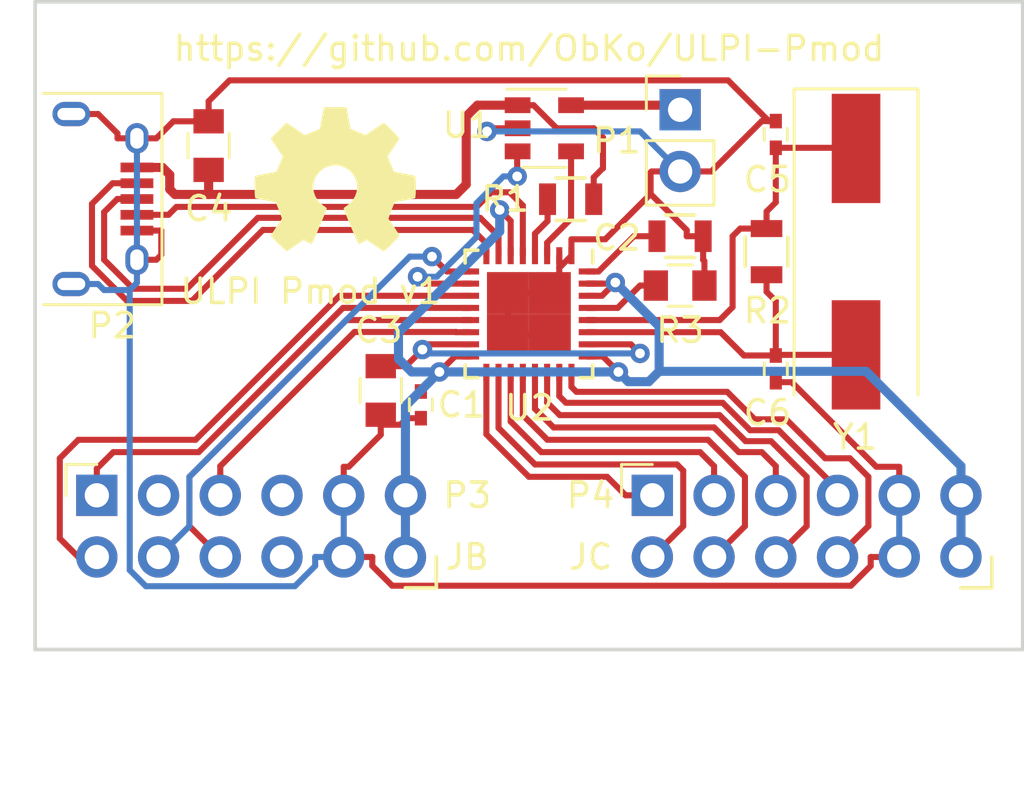
<source format=kicad_pcb>
(kicad_pcb (version 20171130) (host pcbnew "(5.1.12)-1")

  (general
    (thickness 1.6)
    (drawings 10)
    (tracks 302)
    (zones 0)
    (modules 17)
    (nets 32)
  )

  (page A4)
  (layers
    (0 F.Cu signal)
    (31 B.Cu signal)
    (32 B.Adhes user hide)
    (33 F.Adhes user hide)
    (34 B.Paste user hide)
    (35 F.Paste user hide)
    (36 B.SilkS user hide)
    (37 F.SilkS user hide)
    (38 B.Mask user hide)
    (39 F.Mask user hide)
    (40 Dwgs.User user hide)
    (41 Cmts.User user hide)
    (42 Eco1.User user hide)
    (43 Eco2.User user hide)
    (44 Edge.Cuts user)
    (45 Margin user hide)
    (46 B.CrtYd user hide)
    (47 F.CrtYd user hide)
    (48 B.Fab user hide)
    (49 F.Fab user hide)
  )

  (setup
    (last_trace_width 0.25)
    (user_trace_width 0.25)
    (user_trace_width 0.254)
    (user_trace_width 0.375)
    (user_trace_width 0.5)
    (user_trace_width 0.508)
    (trace_clearance 0.2)
    (zone_clearance 0.254)
    (zone_45_only no)
    (trace_min 0.2)
    (via_size 0.8)
    (via_drill 0.4)
    (via_min_size 0.4)
    (via_min_drill 0.3)
    (uvia_size 0.3)
    (uvia_drill 0.1)
    (uvias_allowed no)
    (uvia_min_size 0.2)
    (uvia_min_drill 0.1)
    (edge_width 0.15)
    (segment_width 0.2)
    (pcb_text_width 0.3)
    (pcb_text_size 1.5 1.5)
    (mod_edge_width 0.15)
    (mod_text_size 1 1)
    (mod_text_width 0.15)
    (pad_size 1.55 1)
    (pad_drill 1.15)
    (pad_to_mask_clearance 0.2)
    (aux_axis_origin 0 0)
    (visible_elements 7FFFFFFF)
    (pcbplotparams
      (layerselection 0x010e0_ffffffff)
      (usegerberextensions true)
      (usegerberattributes true)
      (usegerberadvancedattributes true)
      (creategerberjobfile true)
      (excludeedgelayer true)
      (linewidth 0.100000)
      (plotframeref false)
      (viasonmask false)
      (mode 1)
      (useauxorigin false)
      (hpglpennumber 1)
      (hpglpenspeed 20)
      (hpglpendiameter 15.000000)
      (psnegative false)
      (psa4output false)
      (plotreference true)
      (plotvalue true)
      (plotinvisibletext false)
      (padsonsilk false)
      (subtractmaskfromsilk false)
      (outputformat 1)
      (mirror false)
      (drillshape 0)
      (scaleselection 1)
      (outputdirectory "Gerbers/"))
  )

  (net 0 "")
  (net 1 GND)
  (net 2 +3V3)
  (net 3 "Net-(C2-Pad1)")
  (net 4 "Net-(C3-Pad1)")
  (net 5 "Net-(C4-Pad1)")
  (net 6 "Net-(C5-Pad1)")
  (net 7 "Net-(C6-Pad1)")
  (net 8 +5V)
  (net 9 "Net-(P2-Pad4)")
  (net 10 "Net-(P3-Pad8)")
  (net 11 "Net-(P3-Pad7)")
  (net 12 /ULPI_DIR)
  (net 13 /ULPI_CLK)
  (net 14 /ULPI_RESET)
  (net 15 "Net-(P3-Pad3)")
  (net 16 /ULPI_NXT)
  (net 17 /ULPI_STP)
  (net 18 /ULPI_DATA0)
  (net 19 /ULPI_DATA1)
  (net 20 /ULPI_DATA2)
  (net 21 /ULPI_DATA3)
  (net 22 /ULPI_DATA4)
  (net 23 /ULPI_DATA5)
  (net 24 /ULPI_DATA6)
  (net 25 /ULPI_DATA7)
  (net 26 "Net-(R1-Pad1)")
  (net 27 "Net-(R3-Pad1)")
  (net 28 /CPEN)
  (net 29 /EXTVBUS)
  (net 30 /D+)
  (net 31 /D-)

  (net_class Default "This is the default net class."
    (clearance 0.2)
    (trace_width 0.25)
    (via_dia 0.8)
    (via_drill 0.4)
    (uvia_dia 0.3)
    (uvia_drill 0.1)
    (add_net +3V3)
    (add_net +5V)
    (add_net /CPEN)
    (add_net /D+)
    (add_net /D-)
    (add_net /EXTVBUS)
    (add_net /ULPI_CLK)
    (add_net /ULPI_DATA0)
    (add_net /ULPI_DATA1)
    (add_net /ULPI_DATA2)
    (add_net /ULPI_DATA3)
    (add_net /ULPI_DATA4)
    (add_net /ULPI_DATA5)
    (add_net /ULPI_DATA6)
    (add_net /ULPI_DATA7)
    (add_net /ULPI_DIR)
    (add_net /ULPI_NXT)
    (add_net /ULPI_RESET)
    (add_net /ULPI_STP)
    (add_net GND)
    (add_net "Net-(C2-Pad1)")
    (add_net "Net-(C3-Pad1)")
    (add_net "Net-(C4-Pad1)")
    (add_net "Net-(C5-Pad1)")
    (add_net "Net-(C6-Pad1)")
    (add_net "Net-(P2-Pad4)")
    (add_net "Net-(P3-Pad3)")
    (add_net "Net-(P3-Pad7)")
    (add_net "Net-(P3-Pad8)")
    (add_net "Net-(R1-Pad1)")
    (add_net "Net-(R3-Pad1)")
  )

  (module ULPI-Pmod:USB_Micro-B (layer F.Cu) (tedit 588A086C) (tstamp 5885D033)
    (at 76.5 64 270)
    (descr "Micro USB Type B Receptacle")
    (tags "USB USB_B USB_micro USB_OTG")
    (path /5885A22A)
    (attr smd)
    (fp_text reference P2 (at 5.215 -0.335) (layer F.SilkS)
      (effects (font (size 1 1) (thickness 0.15)))
    )
    (fp_text value USB_OTG (at 0 5.01 270) (layer F.Fab)
      (effects (font (size 1 1) (thickness 0.15)))
    )
    (fp_line (start -4.6 -2.59) (end 4.6 -2.59) (layer F.CrtYd) (width 0.05))
    (fp_line (start 4.6 -2.59) (end 4.6 4.26) (layer F.CrtYd) (width 0.05))
    (fp_line (start 4.6 4.26) (end -4.6 4.26) (layer F.CrtYd) (width 0.05))
    (fp_line (start -4.6 4.26) (end -4.6 -2.59) (layer F.CrtYd) (width 0.05))
    (fp_line (start -4.35 -2.38) (end 4.35 -2.38) (layer F.SilkS) (width 0.12))
    (fp_line (start 4.35 -2.38) (end 4.35 2.5) (layer F.SilkS) (width 0.12))
    (fp_line (start -4.35 2.5) (end -4.35 -2.38) (layer F.SilkS) (width 0.12))
    (pad 6 thru_hole oval (at 3.5 1.35) (size 1.55 1) (drill oval 1.15 0.5) (layers *.Cu *.Mask)
      (net 1 GND) (zone_connect 2))
    (pad 6 thru_hole oval (at -3.5 1.35) (size 1.55 1) (drill oval 1.15 0.5) (layers *.Cu *.Mask)
      (net 1 GND) (zone_connect 2))
    (pad 6 thru_hole oval (at 2.5 -1.35) (size 0.95 1.25) (drill oval 0.55 0.85) (layers *.Cu *.Mask)
      (net 1 GND) (zone_connect 2))
    (pad 6 thru_hole oval (at -2.5 -1.35) (size 0.95 1.25) (drill oval 0.55 0.85) (layers *.Cu *.Mask)
      (net 1 GND) (zone_connect 2))
    (pad 5 smd rect (at 1.3 -1.35) (size 1.35 0.4) (layers F.Cu F.Paste F.Mask)
      (net 1 GND))
    (pad 4 smd rect (at 0.65 -1.35) (size 1.35 0.4) (layers F.Cu F.Paste F.Mask)
      (net 9 "Net-(P2-Pad4)"))
    (pad 3 smd rect (at 0 -1.35) (size 1.35 0.4) (layers F.Cu F.Paste F.Mask)
      (net 30 /D+))
    (pad 2 smd rect (at -0.65 -1.35) (size 1.35 0.4) (layers F.Cu F.Paste F.Mask)
      (net 31 /D-))
    (pad 1 smd rect (at -1.3 -1.35) (size 1.35 0.4) (layers F.Cu F.Paste F.Mask)
      (net 5 "Net-(C4-Pad1)"))
  )

  (module Symbols:OSHW-Symbol_6.7x6mm_SilkScreen (layer F.Cu) (tedit 0) (tstamp 58887B00)
    (at 86 63.2)
    (descr "Open Source Hardware Symbol")
    (tags "Logo Symbol OSHW")
    (attr virtual)
    (fp_text reference REF*** (at 0 0) (layer F.SilkS) hide
      (effects (font (size 1 1) (thickness 0.15)))
    )
    (fp_text value OSHW-Symbol_6.7x6mm_SilkScreen (at 0.75 0) (layer F.Fab) hide
      (effects (font (size 1 1) (thickness 0.15)))
    )
    (fp_poly (pts (xy 0.555814 -2.531069) (xy 0.639635 -2.086445) (xy 0.94892 -1.958947) (xy 1.258206 -1.831449)
      (xy 1.629246 -2.083754) (xy 1.733157 -2.154004) (xy 1.827087 -2.216728) (xy 1.906652 -2.269062)
      (xy 1.96747 -2.308143) (xy 2.005157 -2.331107) (xy 2.015421 -2.336058) (xy 2.03391 -2.323324)
      (xy 2.07342 -2.288118) (xy 2.129522 -2.234938) (xy 2.197787 -2.168282) (xy 2.273786 -2.092646)
      (xy 2.353092 -2.012528) (xy 2.431275 -1.932426) (xy 2.503907 -1.856836) (xy 2.566559 -1.790255)
      (xy 2.614803 -1.737182) (xy 2.64421 -1.702113) (xy 2.651241 -1.690377) (xy 2.641123 -1.66874)
      (xy 2.612759 -1.621338) (xy 2.569129 -1.552807) (xy 2.513218 -1.467785) (xy 2.448006 -1.370907)
      (xy 2.410219 -1.31565) (xy 2.341343 -1.214752) (xy 2.28014 -1.123701) (xy 2.229578 -1.04703)
      (xy 2.192628 -0.989272) (xy 2.172258 -0.954957) (xy 2.169197 -0.947746) (xy 2.176136 -0.927252)
      (xy 2.195051 -0.879487) (xy 2.223087 -0.811168) (xy 2.257391 -0.729011) (xy 2.295109 -0.63973)
      (xy 2.333387 -0.550042) (xy 2.36937 -0.466662) (xy 2.400206 -0.396306) (xy 2.423039 -0.34569)
      (xy 2.435017 -0.321529) (xy 2.435724 -0.320578) (xy 2.454531 -0.315964) (xy 2.504618 -0.305672)
      (xy 2.580793 -0.290713) (xy 2.677865 -0.272099) (xy 2.790643 -0.250841) (xy 2.856442 -0.238582)
      (xy 2.97695 -0.215638) (xy 3.085797 -0.193805) (xy 3.177476 -0.174278) (xy 3.246481 -0.158252)
      (xy 3.287304 -0.146921) (xy 3.295511 -0.143326) (xy 3.303548 -0.118994) (xy 3.310033 -0.064041)
      (xy 3.31497 0.015108) (xy 3.318364 0.112026) (xy 3.320218 0.220287) (xy 3.320538 0.333465)
      (xy 3.319327 0.445135) (xy 3.31659 0.548868) (xy 3.312331 0.638241) (xy 3.306555 0.706826)
      (xy 3.299267 0.748197) (xy 3.294895 0.75681) (xy 3.268764 0.767133) (xy 3.213393 0.781892)
      (xy 3.136107 0.799352) (xy 3.04423 0.81778) (xy 3.012158 0.823741) (xy 2.857524 0.852066)
      (xy 2.735375 0.874876) (xy 2.641673 0.89308) (xy 2.572384 0.907583) (xy 2.523471 0.919292)
      (xy 2.490897 0.929115) (xy 2.470628 0.937956) (xy 2.458626 0.946724) (xy 2.456947 0.948457)
      (xy 2.440184 0.976371) (xy 2.414614 1.030695) (xy 2.382788 1.104777) (xy 2.34726 1.191965)
      (xy 2.310583 1.285608) (xy 2.275311 1.379052) (xy 2.243996 1.465647) (xy 2.219193 1.53874)
      (xy 2.203454 1.591678) (xy 2.199332 1.617811) (xy 2.199676 1.618726) (xy 2.213641 1.640086)
      (xy 2.245322 1.687084) (xy 2.291391 1.754827) (xy 2.348518 1.838423) (xy 2.413373 1.932982)
      (xy 2.431843 1.959854) (xy 2.497699 2.057275) (xy 2.55565 2.146163) (xy 2.602538 2.221412)
      (xy 2.635207 2.27792) (xy 2.6505 2.310581) (xy 2.651241 2.314593) (xy 2.638392 2.335684)
      (xy 2.602888 2.377464) (xy 2.549293 2.435445) (xy 2.482171 2.505135) (xy 2.406087 2.582045)
      (xy 2.325604 2.661683) (xy 2.245287 2.739561) (xy 2.169699 2.811186) (xy 2.103405 2.87207)
      (xy 2.050969 2.917721) (xy 2.016955 2.94365) (xy 2.007545 2.947883) (xy 1.985643 2.937912)
      (xy 1.9408 2.91102) (xy 1.880321 2.871736) (xy 1.833789 2.840117) (xy 1.749475 2.782098)
      (xy 1.649626 2.713784) (xy 1.549473 2.645579) (xy 1.495627 2.609075) (xy 1.313371 2.4858)
      (xy 1.160381 2.56852) (xy 1.090682 2.604759) (xy 1.031414 2.632926) (xy 0.991311 2.648991)
      (xy 0.981103 2.651226) (xy 0.968829 2.634722) (xy 0.944613 2.588082) (xy 0.910263 2.515609)
      (xy 0.867588 2.421606) (xy 0.818394 2.310374) (xy 0.76449 2.186215) (xy 0.707684 2.053432)
      (xy 0.649782 1.916327) (xy 0.592593 1.779202) (xy 0.537924 1.646358) (xy 0.487584 1.522098)
      (xy 0.44338 1.410725) (xy 0.407119 1.316539) (xy 0.380609 1.243844) (xy 0.365658 1.196941)
      (xy 0.363254 1.180833) (xy 0.382311 1.160286) (xy 0.424036 1.126933) (xy 0.479706 1.087702)
      (xy 0.484378 1.084599) (xy 0.628264 0.969423) (xy 0.744283 0.835053) (xy 0.83143 0.685784)
      (xy 0.888699 0.525913) (xy 0.915086 0.359737) (xy 0.909585 0.191552) (xy 0.87119 0.025655)
      (xy 0.798895 -0.133658) (xy 0.777626 -0.168513) (xy 0.666996 -0.309263) (xy 0.536302 -0.422286)
      (xy 0.390064 -0.506997) (xy 0.232808 -0.562806) (xy 0.069057 -0.589126) (xy -0.096667 -0.58537)
      (xy -0.259838 -0.55095) (xy -0.415935 -0.485277) (xy -0.560433 -0.387765) (xy -0.605131 -0.348187)
      (xy -0.718888 -0.224297) (xy -0.801782 -0.093876) (xy -0.858644 0.052315) (xy -0.890313 0.197088)
      (xy -0.898131 0.35986) (xy -0.872062 0.52344) (xy -0.814755 0.682298) (xy -0.728856 0.830906)
      (xy -0.617014 0.963735) (xy -0.481877 1.075256) (xy -0.464117 1.087011) (xy -0.40785 1.125508)
      (xy -0.365077 1.158863) (xy -0.344628 1.18016) (xy -0.344331 1.180833) (xy -0.348721 1.203871)
      (xy -0.366124 1.256157) (xy -0.394732 1.33339) (xy -0.432735 1.431268) (xy -0.478326 1.545491)
      (xy -0.529697 1.671758) (xy -0.585038 1.805767) (xy -0.642542 1.943218) (xy -0.700399 2.079808)
      (xy -0.756802 2.211237) (xy -0.809942 2.333205) (xy -0.85801 2.441409) (xy -0.899199 2.531549)
      (xy -0.931699 2.599323) (xy -0.953703 2.64043) (xy -0.962564 2.651226) (xy -0.98964 2.642819)
      (xy -1.040303 2.620272) (xy -1.105817 2.587613) (xy -1.141841 2.56852) (xy -1.294832 2.4858)
      (xy -1.477088 2.609075) (xy -1.570125 2.672228) (xy -1.671985 2.741727) (xy -1.767438 2.807165)
      (xy -1.81525 2.840117) (xy -1.882495 2.885273) (xy -1.939436 2.921057) (xy -1.978646 2.942938)
      (xy -1.991381 2.947563) (xy -2.009917 2.935085) (xy -2.050941 2.900252) (xy -2.110475 2.846678)
      (xy -2.184542 2.777983) (xy -2.269165 2.697781) (xy -2.322685 2.646286) (xy -2.416319 2.554286)
      (xy -2.497241 2.471999) (xy -2.562177 2.402945) (xy -2.607858 2.350644) (xy -2.631011 2.318616)
      (xy -2.633232 2.312116) (xy -2.622924 2.287394) (xy -2.594439 2.237405) (xy -2.550937 2.167212)
      (xy -2.495577 2.081875) (xy -2.43152 1.986456) (xy -2.413303 1.959854) (xy -2.346927 1.863167)
      (xy -2.287378 1.776117) (xy -2.237984 1.703595) (xy -2.202075 1.650493) (xy -2.182981 1.621703)
      (xy -2.181136 1.618726) (xy -2.183895 1.595782) (xy -2.198538 1.545336) (xy -2.222513 1.474041)
      (xy -2.253266 1.388547) (xy -2.288244 1.295507) (xy -2.324893 1.201574) (xy -2.360661 1.113399)
      (xy -2.392994 1.037634) (xy -2.419338 0.980931) (xy -2.437142 0.949943) (xy -2.438407 0.948457)
      (xy -2.449294 0.939601) (xy -2.467682 0.930843) (xy -2.497606 0.921277) (xy -2.543103 0.909996)
      (xy -2.608209 0.896093) (xy -2.696961 0.878663) (xy -2.813393 0.856798) (xy -2.961542 0.829591)
      (xy -2.993618 0.823741) (xy -3.088686 0.805374) (xy -3.171565 0.787405) (xy -3.23493 0.771569)
      (xy -3.271458 0.7596) (xy -3.276356 0.75681) (xy -3.284427 0.732072) (xy -3.290987 0.67679)
      (xy -3.296033 0.597389) (xy -3.299559 0.500296) (xy -3.301561 0.391938) (xy -3.302036 0.27874)
      (xy -3.300977 0.167128) (xy -3.298382 0.063529) (xy -3.294246 -0.025632) (xy -3.288563 -0.093928)
      (xy -3.281331 -0.134934) (xy -3.276971 -0.143326) (xy -3.252698 -0.151792) (xy -3.197426 -0.165565)
      (xy -3.116662 -0.18345) (xy -3.015912 -0.204252) (xy -2.900683 -0.226777) (xy -2.837902 -0.238582)
      (xy -2.718787 -0.260849) (xy -2.612565 -0.281021) (xy -2.524427 -0.298085) (xy -2.459566 -0.311031)
      (xy -2.423174 -0.318845) (xy -2.417184 -0.320578) (xy -2.407061 -0.34011) (xy -2.385662 -0.387157)
      (xy -2.355839 -0.454997) (xy -2.320445 -0.536909) (xy -2.282332 -0.626172) (xy -2.244353 -0.716065)
      (xy -2.20936 -0.799865) (xy -2.180206 -0.870853) (xy -2.159743 -0.922306) (xy -2.150823 -0.947503)
      (xy -2.150657 -0.948604) (xy -2.160769 -0.968481) (xy -2.189117 -1.014223) (xy -2.232723 -1.081283)
      (xy -2.288606 -1.165116) (xy -2.353787 -1.261174) (xy -2.391679 -1.31635) (xy -2.460725 -1.417519)
      (xy -2.52205 -1.50937) (xy -2.572663 -1.587256) (xy -2.609571 -1.646531) (xy -2.629782 -1.682549)
      (xy -2.632701 -1.690623) (xy -2.620153 -1.709416) (xy -2.585463 -1.749543) (xy -2.533063 -1.806507)
      (xy -2.467384 -1.875815) (xy -2.392856 -1.952969) (xy -2.313913 -2.033475) (xy -2.234983 -2.112837)
      (xy -2.1605 -2.18656) (xy -2.094894 -2.250148) (xy -2.042596 -2.299106) (xy -2.008039 -2.328939)
      (xy -1.996478 -2.336058) (xy -1.977654 -2.326047) (xy -1.932631 -2.297922) (xy -1.865787 -2.254546)
      (xy -1.781499 -2.198782) (xy -1.684144 -2.133494) (xy -1.610707 -2.083754) (xy -1.239667 -1.831449)
      (xy -0.621095 -2.086445) (xy -0.537275 -2.531069) (xy -0.453454 -2.975693) (xy 0.471994 -2.975693)
      (xy 0.555814 -2.531069)) (layer F.SilkS) (width 0.01))
  )

  (module Crystals:Crystal_SMD_HC49-SD (layer F.Cu) (tedit 5873B462) (tstamp 5885D09C)
    (at 107.442 66.167 270)
    (descr "SMD Crystal HC-49-SD http://cdn-reichelt.de/documents/datenblatt/B400/xxx-HC49-SMD.pdf, 11.4x4.7mm^2 package")
    (tags "SMD SMT crystal")
    (path /5885BD77)
    (attr smd)
    (fp_text reference Y1 (at 7.633 0.042) (layer F.SilkS)
      (effects (font (size 1 1) (thickness 0.15)))
    )
    (fp_text value Crystal (at 0 3.55 270) (layer F.Fab)
      (effects (font (size 1 1) (thickness 0.15)))
    )
    (fp_line (start -5.7 -2.35) (end -5.7 2.35) (layer F.Fab) (width 0.1))
    (fp_line (start -5.7 2.35) (end 5.7 2.35) (layer F.Fab) (width 0.1))
    (fp_line (start 5.7 2.35) (end 5.7 -2.35) (layer F.Fab) (width 0.1))
    (fp_line (start 5.7 -2.35) (end -5.7 -2.35) (layer F.Fab) (width 0.1))
    (fp_line (start -3.015 -2.115) (end 3.015 -2.115) (layer F.Fab) (width 0.1))
    (fp_line (start -3.015 2.115) (end 3.015 2.115) (layer F.Fab) (width 0.1))
    (fp_line (start 5.9 -2.55) (end -6.7 -2.55) (layer F.SilkS) (width 0.12))
    (fp_line (start -6.7 -2.55) (end -6.7 2.55) (layer F.SilkS) (width 0.12))
    (fp_line (start -6.7 2.55) (end 5.9 2.55) (layer F.SilkS) (width 0.12))
    (fp_line (start -6.8 -2.6) (end -6.8 2.6) (layer F.CrtYd) (width 0.05))
    (fp_line (start -6.8 2.6) (end 6.8 2.6) (layer F.CrtYd) (width 0.05))
    (fp_line (start 6.8 2.6) (end 6.8 -2.6) (layer F.CrtYd) (width 0.05))
    (fp_line (start 6.8 -2.6) (end -6.8 -2.6) (layer F.CrtYd) (width 0.05))
    (fp_arc (start 3.015 0) (end 3.015 -2.115) (angle 180) (layer F.Fab) (width 0.1))
    (fp_arc (start -3.015 0) (end -3.015 -2.115) (angle -180) (layer F.Fab) (width 0.1))
    (pad 2 smd rect (at 4.25 0 270) (size 4.5 2) (layers F.Cu F.Mask)
      (net 7 "Net-(C6-Pad1)"))
    (pad 1 smd rect (at -4.25 0 270) (size 4.5 2) (layers F.Cu F.Mask)
      (net 6 "Net-(C5-Pad1)"))
    (model Crystals.3dshapes/Crystal_SMD_HC49-SD.wrl
      (at (xyz 0 0 0))
      (scale (xyz 1 1 1))
      (rotate (xyz 0 0 0))
    )
  )

  (module Capacitors_SMD:C_0402 (layer F.Cu) (tedit 5415D599) (tstamp 5885D002)
    (at 89.535 72.475 270)
    (descr "Capacitor SMD 0402, reflow soldering, AVX (see smccp.pdf)")
    (tags "capacitor 0402")
    (path /5885DC31)
    (attr smd)
    (fp_text reference C1 (at 0 -1.665) (layer F.SilkS)
      (effects (font (size 1 1) (thickness 0.15)))
    )
    (fp_text value 100nF (at 0 1.7 270) (layer F.Fab)
      (effects (font (size 1 1) (thickness 0.15)))
    )
    (fp_line (start -0.5 0.25) (end -0.5 -0.25) (layer F.Fab) (width 0.1))
    (fp_line (start 0.5 0.25) (end -0.5 0.25) (layer F.Fab) (width 0.1))
    (fp_line (start 0.5 -0.25) (end 0.5 0.25) (layer F.Fab) (width 0.1))
    (fp_line (start -0.5 -0.25) (end 0.5 -0.25) (layer F.Fab) (width 0.1))
    (fp_line (start -1.15 -0.6) (end 1.15 -0.6) (layer F.CrtYd) (width 0.05))
    (fp_line (start -1.15 0.6) (end 1.15 0.6) (layer F.CrtYd) (width 0.05))
    (fp_line (start -1.15 -0.6) (end -1.15 0.6) (layer F.CrtYd) (width 0.05))
    (fp_line (start 1.15 -0.6) (end 1.15 0.6) (layer F.CrtYd) (width 0.05))
    (fp_line (start 0.25 -0.475) (end -0.25 -0.475) (layer F.SilkS) (width 0.12))
    (fp_line (start -0.25 0.475) (end 0.25 0.475) (layer F.SilkS) (width 0.12))
    (pad 2 smd rect (at 0.55 0 270) (size 0.6 0.5) (layers F.Cu F.Paste F.Mask)
      (net 1 GND))
    (pad 1 smd rect (at -0.55 0 270) (size 0.6 0.5) (layers F.Cu F.Paste F.Mask)
      (net 2 +3V3))
    (model Capacitors_SMD.3dshapes/C_0402.wrl
      (at (xyz 0 0 0))
      (scale (xyz 1 1 1))
      (rotate (xyz 0 0 0))
    )
  )

  (module Capacitors_SMD:C_0805 (layer F.Cu) (tedit 5415D6EA) (tstamp 5885D008)
    (at 100.203 67.564)
    (descr "Capacitor SMD 0805, reflow soldering, AVX (see smccp.pdf)")
    (tags "capacitor 0805")
    (path /5885D595)
    (attr smd)
    (fp_text reference C2 (at -2.603 -1.964) (layer F.SilkS)
      (effects (font (size 1 1) (thickness 0.15)))
    )
    (fp_text value 4.7μF (at 0 2.1) (layer F.Fab)
      (effects (font (size 1 1) (thickness 0.15)))
    )
    (fp_line (start -0.5 0.85) (end 0.5 0.85) (layer F.SilkS) (width 0.12))
    (fp_line (start 0.5 -0.85) (end -0.5 -0.85) (layer F.SilkS) (width 0.12))
    (fp_line (start 1.8 -1) (end 1.8 1) (layer F.CrtYd) (width 0.05))
    (fp_line (start -1.8 -1) (end -1.8 1) (layer F.CrtYd) (width 0.05))
    (fp_line (start -1.8 1) (end 1.8 1) (layer F.CrtYd) (width 0.05))
    (fp_line (start -1.8 -1) (end 1.8 -1) (layer F.CrtYd) (width 0.05))
    (fp_line (start -1 -0.625) (end 1 -0.625) (layer F.Fab) (width 0.1))
    (fp_line (start 1 -0.625) (end 1 0.625) (layer F.Fab) (width 0.1))
    (fp_line (start 1 0.625) (end -1 0.625) (layer F.Fab) (width 0.1))
    (fp_line (start -1 0.625) (end -1 -0.625) (layer F.Fab) (width 0.1))
    (pad 1 smd rect (at -1 0) (size 1 1.25) (layers F.Cu F.Paste F.Mask)
      (net 3 "Net-(C2-Pad1)"))
    (pad 2 smd rect (at 1 0) (size 1 1.25) (layers F.Cu F.Paste F.Mask)
      (net 1 GND))
    (model Capacitors_SMD.3dshapes/C_0805.wrl
      (at (xyz 0 0 0))
      (scale (xyz 1 1 1))
      (rotate (xyz 0 0 0))
    )
  )

  (module Capacitors_SMD:C_0805 (layer F.Cu) (tedit 5415D6EA) (tstamp 5885D00E)
    (at 87.884 71.882 270)
    (descr "Capacitor SMD 0805, reflow soldering, AVX (see smccp.pdf)")
    (tags "capacitor 0805")
    (path /5885D60F)
    (attr smd)
    (fp_text reference C3 (at -2.482 0.084) (layer F.SilkS)
      (effects (font (size 1 1) (thickness 0.15)))
    )
    (fp_text value 4.7μF (at 0 2.1 270) (layer F.Fab)
      (effects (font (size 1 1) (thickness 0.15)))
    )
    (fp_line (start -1 0.625) (end -1 -0.625) (layer F.Fab) (width 0.1))
    (fp_line (start 1 0.625) (end -1 0.625) (layer F.Fab) (width 0.1))
    (fp_line (start 1 -0.625) (end 1 0.625) (layer F.Fab) (width 0.1))
    (fp_line (start -1 -0.625) (end 1 -0.625) (layer F.Fab) (width 0.1))
    (fp_line (start -1.8 -1) (end 1.8 -1) (layer F.CrtYd) (width 0.05))
    (fp_line (start -1.8 1) (end 1.8 1) (layer F.CrtYd) (width 0.05))
    (fp_line (start -1.8 -1) (end -1.8 1) (layer F.CrtYd) (width 0.05))
    (fp_line (start 1.8 -1) (end 1.8 1) (layer F.CrtYd) (width 0.05))
    (fp_line (start 0.5 -0.85) (end -0.5 -0.85) (layer F.SilkS) (width 0.12))
    (fp_line (start -0.5 0.85) (end 0.5 0.85) (layer F.SilkS) (width 0.12))
    (pad 2 smd rect (at 1 0 270) (size 1 1.25) (layers F.Cu F.Paste F.Mask)
      (net 1 GND))
    (pad 1 smd rect (at -1 0 270) (size 1 1.25) (layers F.Cu F.Paste F.Mask)
      (net 4 "Net-(C3-Pad1)"))
    (model Capacitors_SMD.3dshapes/C_0805.wrl
      (at (xyz 0 0 0))
      (scale (xyz 1 1 1))
      (rotate (xyz 0 0 0))
    )
  )

  (module Capacitors_SMD:C_0805 (layer F.Cu) (tedit 5415D6EA) (tstamp 5885D014)
    (at 80.8 61.8 90)
    (descr "Capacitor SMD 0805, reflow soldering, AVX (see smccp.pdf)")
    (tags "capacitor 0805")
    (path /5885B90B)
    (attr smd)
    (fp_text reference C4 (at -2.6 0 180) (layer F.SilkS)
      (effects (font (size 1 1) (thickness 0.15)))
    )
    (fp_text value 4.7μF (at 0 2.1 90) (layer F.Fab)
      (effects (font (size 1 1) (thickness 0.15)))
    )
    (fp_line (start -1 0.625) (end -1 -0.625) (layer F.Fab) (width 0.1))
    (fp_line (start 1 0.625) (end -1 0.625) (layer F.Fab) (width 0.1))
    (fp_line (start 1 -0.625) (end 1 0.625) (layer F.Fab) (width 0.1))
    (fp_line (start -1 -0.625) (end 1 -0.625) (layer F.Fab) (width 0.1))
    (fp_line (start -1.8 -1) (end 1.8 -1) (layer F.CrtYd) (width 0.05))
    (fp_line (start -1.8 1) (end 1.8 1) (layer F.CrtYd) (width 0.05))
    (fp_line (start -1.8 -1) (end -1.8 1) (layer F.CrtYd) (width 0.05))
    (fp_line (start 1.8 -1) (end 1.8 1) (layer F.CrtYd) (width 0.05))
    (fp_line (start 0.5 -0.85) (end -0.5 -0.85) (layer F.SilkS) (width 0.12))
    (fp_line (start -0.5 0.85) (end 0.5 0.85) (layer F.SilkS) (width 0.12))
    (pad 2 smd rect (at 1 0 90) (size 1 1.25) (layers F.Cu F.Paste F.Mask)
      (net 1 GND))
    (pad 1 smd rect (at -1 0 90) (size 1 1.25) (layers F.Cu F.Paste F.Mask)
      (net 5 "Net-(C4-Pad1)"))
    (model Capacitors_SMD.3dshapes/C_0805.wrl
      (at (xyz 0 0 0))
      (scale (xyz 1 1 1))
      (rotate (xyz 0 0 0))
    )
  )

  (module Capacitors_SMD:C_0402 (layer F.Cu) (tedit 5415D599) (tstamp 5885D01A)
    (at 104.14 61.341 90)
    (descr "Capacitor SMD 0402, reflow soldering, AVX (see smccp.pdf)")
    (tags "capacitor 0402")
    (path /5885C7F4)
    (attr smd)
    (fp_text reference C5 (at -1.859 -0.34 180) (layer F.SilkS)
      (effects (font (size 1 1) (thickness 0.15)))
    )
    (fp_text value 22pF (at 0 1.7 90) (layer F.Fab)
      (effects (font (size 1 1) (thickness 0.15)))
    )
    (fp_line (start -0.5 0.25) (end -0.5 -0.25) (layer F.Fab) (width 0.1))
    (fp_line (start 0.5 0.25) (end -0.5 0.25) (layer F.Fab) (width 0.1))
    (fp_line (start 0.5 -0.25) (end 0.5 0.25) (layer F.Fab) (width 0.1))
    (fp_line (start -0.5 -0.25) (end 0.5 -0.25) (layer F.Fab) (width 0.1))
    (fp_line (start -1.15 -0.6) (end 1.15 -0.6) (layer F.CrtYd) (width 0.05))
    (fp_line (start -1.15 0.6) (end 1.15 0.6) (layer F.CrtYd) (width 0.05))
    (fp_line (start -1.15 -0.6) (end -1.15 0.6) (layer F.CrtYd) (width 0.05))
    (fp_line (start 1.15 -0.6) (end 1.15 0.6) (layer F.CrtYd) (width 0.05))
    (fp_line (start 0.25 -0.475) (end -0.25 -0.475) (layer F.SilkS) (width 0.12))
    (fp_line (start -0.25 0.475) (end 0.25 0.475) (layer F.SilkS) (width 0.12))
    (pad 2 smd rect (at 0.55 0 90) (size 0.6 0.5) (layers F.Cu F.Paste F.Mask)
      (net 1 GND))
    (pad 1 smd rect (at -0.55 0 90) (size 0.6 0.5) (layers F.Cu F.Paste F.Mask)
      (net 6 "Net-(C5-Pad1)"))
    (model Capacitors_SMD.3dshapes/C_0402.wrl
      (at (xyz 0 0 0))
      (scale (xyz 1 1 1))
      (rotate (xyz 0 0 0))
    )
  )

  (module Capacitors_SMD:C_0402 (layer F.Cu) (tedit 5415D599) (tstamp 5885D020)
    (at 104.14 70.993 270)
    (descr "Capacitor SMD 0402, reflow soldering, AVX (see smccp.pdf)")
    (tags "capacitor 0402")
    (path /5885CB9D)
    (attr smd)
    (fp_text reference C6 (at 1.807 0.34) (layer F.SilkS)
      (effects (font (size 1 1) (thickness 0.15)))
    )
    (fp_text value 22pF (at 0 1.7 270) (layer F.Fab)
      (effects (font (size 1 1) (thickness 0.15)))
    )
    (fp_line (start -0.25 0.475) (end 0.25 0.475) (layer F.SilkS) (width 0.12))
    (fp_line (start 0.25 -0.475) (end -0.25 -0.475) (layer F.SilkS) (width 0.12))
    (fp_line (start 1.15 -0.6) (end 1.15 0.6) (layer F.CrtYd) (width 0.05))
    (fp_line (start -1.15 -0.6) (end -1.15 0.6) (layer F.CrtYd) (width 0.05))
    (fp_line (start -1.15 0.6) (end 1.15 0.6) (layer F.CrtYd) (width 0.05))
    (fp_line (start -1.15 -0.6) (end 1.15 -0.6) (layer F.CrtYd) (width 0.05))
    (fp_line (start -0.5 -0.25) (end 0.5 -0.25) (layer F.Fab) (width 0.1))
    (fp_line (start 0.5 -0.25) (end 0.5 0.25) (layer F.Fab) (width 0.1))
    (fp_line (start 0.5 0.25) (end -0.5 0.25) (layer F.Fab) (width 0.1))
    (fp_line (start -0.5 0.25) (end -0.5 -0.25) (layer F.Fab) (width 0.1))
    (pad 1 smd rect (at -0.55 0 270) (size 0.6 0.5) (layers F.Cu F.Paste F.Mask)
      (net 7 "Net-(C6-Pad1)"))
    (pad 2 smd rect (at 0.55 0 270) (size 0.6 0.5) (layers F.Cu F.Paste F.Mask)
      (net 1 GND))
    (model Capacitors_SMD.3dshapes/C_0402.wrl
      (at (xyz 0 0 0))
      (scale (xyz 1 1 1))
      (rotate (xyz 0 0 0))
    )
  )

  (module Pin_Headers:Pin_Header_Straight_1x02_Pitch2.54mm (layer F.Cu) (tedit 5862ED52) (tstamp 5885D026)
    (at 100.203 60.325)
    (descr "Through hole straight pin header, 1x02, 2.54mm pitch, single row")
    (tags "Through hole pin header THT 1x02 2.54mm single row")
    (path /5885B664)
    (fp_text reference P1 (at -2.603 1.275) (layer F.SilkS)
      (effects (font (size 1 1) (thickness 0.15)))
    )
    (fp_text value CONN_01X02 (at 0 4.93) (layer F.Fab)
      (effects (font (size 1 1) (thickness 0.15)))
    )
    (fp_line (start -1.27 -1.27) (end -1.27 3.81) (layer F.Fab) (width 0.1))
    (fp_line (start -1.27 3.81) (end 1.27 3.81) (layer F.Fab) (width 0.1))
    (fp_line (start 1.27 3.81) (end 1.27 -1.27) (layer F.Fab) (width 0.1))
    (fp_line (start 1.27 -1.27) (end -1.27 -1.27) (layer F.Fab) (width 0.1))
    (fp_line (start -1.39 1.27) (end -1.39 3.93) (layer F.SilkS) (width 0.12))
    (fp_line (start -1.39 3.93) (end 1.39 3.93) (layer F.SilkS) (width 0.12))
    (fp_line (start 1.39 3.93) (end 1.39 1.27) (layer F.SilkS) (width 0.12))
    (fp_line (start 1.39 1.27) (end -1.39 1.27) (layer F.SilkS) (width 0.12))
    (fp_line (start -1.39 0) (end -1.39 -1.39) (layer F.SilkS) (width 0.12))
    (fp_line (start -1.39 -1.39) (end 0 -1.39) (layer F.SilkS) (width 0.12))
    (fp_line (start -1.6 -1.6) (end -1.6 4.1) (layer F.CrtYd) (width 0.05))
    (fp_line (start -1.6 4.1) (end 1.6 4.1) (layer F.CrtYd) (width 0.05))
    (fp_line (start 1.6 4.1) (end 1.6 -1.6) (layer F.CrtYd) (width 0.05))
    (fp_line (start 1.6 -1.6) (end -1.6 -1.6) (layer F.CrtYd) (width 0.05))
    (pad 2 thru_hole oval (at 0 2.54) (size 1.7 1.7) (drill 1) (layers *.Cu *.Mask)
      (net 1 GND))
    (pad 1 thru_hole rect (at 0 0) (size 1.7 1.7) (drill 1) (layers *.Cu *.Mask)
      (net 8 +5V))
    (model Pin_Headers.3dshapes/Pin_Header_Straight_1x02_Pitch2.54mm.wrl
      (offset (xyz 0 -1.269999980926514 0))
      (scale (xyz 1 1 1))
      (rotate (xyz 0 0 90))
    )
  )

  (module Resistors_SMD:R_0805 (layer F.Cu) (tedit 58307B54) (tstamp 5885D059)
    (at 95.697 64.008)
    (descr "Resistor SMD 0805, reflow soldering, Vishay (see dcrcw.pdf)")
    (tags "resistor 0805")
    (path /5885B249)
    (attr smd)
    (fp_text reference R1 (at -2.697 -0.008) (layer F.SilkS)
      (effects (font (size 1 1) (thickness 0.15)))
    )
    (fp_text value 820 (at 0 2.1) (layer F.Fab)
      (effects (font (size 1 1) (thickness 0.15)))
    )
    (fp_line (start -1 0.625) (end -1 -0.625) (layer F.Fab) (width 0.1))
    (fp_line (start 1 0.625) (end -1 0.625) (layer F.Fab) (width 0.1))
    (fp_line (start 1 -0.625) (end 1 0.625) (layer F.Fab) (width 0.1))
    (fp_line (start -1 -0.625) (end 1 -0.625) (layer F.Fab) (width 0.1))
    (fp_line (start -1.6 -1) (end 1.6 -1) (layer F.CrtYd) (width 0.05))
    (fp_line (start -1.6 1) (end 1.6 1) (layer F.CrtYd) (width 0.05))
    (fp_line (start -1.6 -1) (end -1.6 1) (layer F.CrtYd) (width 0.05))
    (fp_line (start 1.6 -1) (end 1.6 1) (layer F.CrtYd) (width 0.05))
    (fp_line (start 0.6 0.875) (end -0.6 0.875) (layer F.SilkS) (width 0.15))
    (fp_line (start -0.6 -0.875) (end 0.6 -0.875) (layer F.SilkS) (width 0.15))
    (pad 2 smd rect (at 0.95 0) (size 0.7 1.3) (layers F.Cu F.Paste F.Mask)
      (net 5 "Net-(C4-Pad1)"))
    (pad 1 smd rect (at -0.95 0) (size 0.7 1.3) (layers F.Cu F.Paste F.Mask)
      (net 26 "Net-(R1-Pad1)"))
    (model Resistors_SMD.3dshapes/R_0805.wrl
      (at (xyz 0 0 0))
      (scale (xyz 1 1 1))
      (rotate (xyz 0 0 0))
    )
  )

  (module Resistors_SMD:R_0805 (layer F.Cu) (tedit 58307B54) (tstamp 5885D05F)
    (at 103.759 66.167 90)
    (descr "Resistor SMD 0805, reflow soldering, Vishay (see dcrcw.pdf)")
    (tags "resistor 0805")
    (path /5885BF7D)
    (attr smd)
    (fp_text reference R2 (at -2.433 0.041 180) (layer F.SilkS)
      (effects (font (size 1 1) (thickness 0.15)))
    )
    (fp_text value 1M (at 0 2.1 90) (layer F.Fab)
      (effects (font (size 1 1) (thickness 0.15)))
    )
    (fp_line (start -0.6 -0.875) (end 0.6 -0.875) (layer F.SilkS) (width 0.15))
    (fp_line (start 0.6 0.875) (end -0.6 0.875) (layer F.SilkS) (width 0.15))
    (fp_line (start 1.6 -1) (end 1.6 1) (layer F.CrtYd) (width 0.05))
    (fp_line (start -1.6 -1) (end -1.6 1) (layer F.CrtYd) (width 0.05))
    (fp_line (start -1.6 1) (end 1.6 1) (layer F.CrtYd) (width 0.05))
    (fp_line (start -1.6 -1) (end 1.6 -1) (layer F.CrtYd) (width 0.05))
    (fp_line (start -1 -0.625) (end 1 -0.625) (layer F.Fab) (width 0.1))
    (fp_line (start 1 -0.625) (end 1 0.625) (layer F.Fab) (width 0.1))
    (fp_line (start 1 0.625) (end -1 0.625) (layer F.Fab) (width 0.1))
    (fp_line (start -1 0.625) (end -1 -0.625) (layer F.Fab) (width 0.1))
    (pad 1 smd rect (at -0.95 0 90) (size 0.7 1.3) (layers F.Cu F.Paste F.Mask)
      (net 7 "Net-(C6-Pad1)"))
    (pad 2 smd rect (at 0.95 0 90) (size 0.7 1.3) (layers F.Cu F.Paste F.Mask)
      (net 6 "Net-(C5-Pad1)"))
    (model Resistors_SMD.3dshapes/R_0805.wrl
      (at (xyz 0 0 0))
      (scale (xyz 1 1 1))
      (rotate (xyz 0 0 0))
    )
  )

  (module Resistors_SMD:R_0805 (layer F.Cu) (tedit 58307B54) (tstamp 5885D065)
    (at 100.2 65.532)
    (descr "Resistor SMD 0805, reflow soldering, Vishay (see dcrcw.pdf)")
    (tags "resistor 0805")
    (path /5885CE6D)
    (attr smd)
    (fp_text reference R3 (at 0 3.868) (layer F.SilkS)
      (effects (font (size 1 1) (thickness 0.15)))
    )
    (fp_text value 12k (at 0 2.1) (layer F.Fab)
      (effects (font (size 1 1) (thickness 0.15)))
    )
    (fp_line (start -1 0.625) (end -1 -0.625) (layer F.Fab) (width 0.1))
    (fp_line (start 1 0.625) (end -1 0.625) (layer F.Fab) (width 0.1))
    (fp_line (start 1 -0.625) (end 1 0.625) (layer F.Fab) (width 0.1))
    (fp_line (start -1 -0.625) (end 1 -0.625) (layer F.Fab) (width 0.1))
    (fp_line (start -1.6 -1) (end 1.6 -1) (layer F.CrtYd) (width 0.05))
    (fp_line (start -1.6 1) (end 1.6 1) (layer F.CrtYd) (width 0.05))
    (fp_line (start -1.6 -1) (end -1.6 1) (layer F.CrtYd) (width 0.05))
    (fp_line (start 1.6 -1) (end 1.6 1) (layer F.CrtYd) (width 0.05))
    (fp_line (start 0.6 0.875) (end -0.6 0.875) (layer F.SilkS) (width 0.15))
    (fp_line (start -0.6 -0.875) (end 0.6 -0.875) (layer F.SilkS) (width 0.15))
    (pad 2 smd rect (at 0.95 0) (size 0.7 1.3) (layers F.Cu F.Paste F.Mask)
      (net 1 GND))
    (pad 1 smd rect (at -0.95 0) (size 0.7 1.3) (layers F.Cu F.Paste F.Mask)
      (net 27 "Net-(R3-Pad1)"))
    (model Resistors_SMD.3dshapes/R_0805.wrl
      (at (xyz 0 0 0))
      (scale (xyz 1 1 1))
      (rotate (xyz 0 0 0))
    )
  )

  (module TO_SOT_Packages_SMD:SOT-23-5 (layer F.Cu) (tedit 583F3A3F) (tstamp 5885D06E)
    (at 94.615 61.087)
    (descr "5-pin SOT23 package")
    (tags SOT-23-5)
    (path /5885AD35)
    (attr smd)
    (fp_text reference U1 (at -3.175 -0.127) (layer F.SilkS)
      (effects (font (size 1 1) (thickness 0.15)))
    )
    (fp_text value STMPS2141 (at 0 2.9) (layer F.Fab)
      (effects (font (size 1 1) (thickness 0.15)))
    )
    (fp_line (start -0.9 1.61) (end 0.9 1.61) (layer F.SilkS) (width 0.12))
    (fp_line (start 0.9 -1.61) (end -1.55 -1.61) (layer F.SilkS) (width 0.12))
    (fp_line (start -1.9 -1.8) (end 1.9 -1.8) (layer F.CrtYd) (width 0.05))
    (fp_line (start 1.9 -1.8) (end 1.9 1.8) (layer F.CrtYd) (width 0.05))
    (fp_line (start 1.9 1.8) (end -1.9 1.8) (layer F.CrtYd) (width 0.05))
    (fp_line (start -1.9 1.8) (end -1.9 -1.8) (layer F.CrtYd) (width 0.05))
    (fp_line (start 0.9 -1.55) (end -0.9 -1.55) (layer F.Fab) (width 0.15))
    (fp_line (start -0.9 -1.55) (end -0.9 1.55) (layer F.Fab) (width 0.15))
    (fp_line (start 0.9 1.55) (end -0.9 1.55) (layer F.Fab) (width 0.15))
    (fp_line (start 0.9 -1.55) (end 0.9 1.55) (layer F.Fab) (width 0.15))
    (pad 5 smd rect (at 1.1 -0.95) (size 1.06 0.65) (layers F.Cu F.Paste F.Mask)
      (net 8 +5V))
    (pad 4 smd rect (at 1.1 0.95) (size 1.06 0.65) (layers F.Cu F.Paste F.Mask)
      (net 28 /CPEN))
    (pad 3 smd rect (at -1.1 0.95) (size 1.06 0.65) (layers F.Cu F.Paste F.Mask)
      (net 29 /EXTVBUS))
    (pad 2 smd rect (at -1.1 0) (size 1.06 0.65) (layers F.Cu F.Paste F.Mask)
      (net 1 GND))
    (pad 1 smd rect (at -1.1 -0.95) (size 1.06 0.65) (layers F.Cu F.Paste F.Mask)
      (net 5 "Net-(C4-Pad1)"))
    (model TO_SOT_Packages_SMD.3dshapes/SOT-23-5.wrl
      (at (xyz 0 0 0))
      (scale (xyz 1 1 1))
      (rotate (xyz 0 0 0))
    )
  )

  (module Housings_DFN_QFN:QFN-32-1EP_5x5mm_Pitch0.5mm (layer F.Cu) (tedit 54130A77) (tstamp 5885D096)
    (at 93.98 68.7335 270)
    (descr "UH Package; 32-Lead Plastic QFN (5mm x 5mm); (see Linear Technology QFN_32_05-08-1693.pdf)")
    (tags "QFN 0.5")
    (path /5885A2CF)
    (attr smd)
    (fp_text reference U2 (at 3.8665 -0.02) (layer F.SilkS)
      (effects (font (size 1 1) (thickness 0.15)))
    )
    (fp_text value USB3300 (at 0 3.75 270) (layer F.Fab)
      (effects (font (size 1 1) (thickness 0.15)))
    )
    (fp_line (start -1.5 -2.5) (end 2.5 -2.5) (layer F.Fab) (width 0.15))
    (fp_line (start 2.5 -2.5) (end 2.5 2.5) (layer F.Fab) (width 0.15))
    (fp_line (start 2.5 2.5) (end -2.5 2.5) (layer F.Fab) (width 0.15))
    (fp_line (start -2.5 2.5) (end -2.5 -1.5) (layer F.Fab) (width 0.15))
    (fp_line (start -2.5 -1.5) (end -1.5 -2.5) (layer F.Fab) (width 0.15))
    (fp_line (start -3 -3) (end -3 3) (layer F.CrtYd) (width 0.05))
    (fp_line (start 3 -3) (end 3 3) (layer F.CrtYd) (width 0.05))
    (fp_line (start -3 -3) (end 3 -3) (layer F.CrtYd) (width 0.05))
    (fp_line (start -3 3) (end 3 3) (layer F.CrtYd) (width 0.05))
    (fp_line (start 2.625 -2.625) (end 2.625 -2.1) (layer F.SilkS) (width 0.15))
    (fp_line (start -2.625 2.625) (end -2.625 2.1) (layer F.SilkS) (width 0.15))
    (fp_line (start 2.625 2.625) (end 2.625 2.1) (layer F.SilkS) (width 0.15))
    (fp_line (start -2.625 -2.625) (end -2.1 -2.625) (layer F.SilkS) (width 0.15))
    (fp_line (start -2.625 2.625) (end -2.1 2.625) (layer F.SilkS) (width 0.15))
    (fp_line (start 2.625 2.625) (end 2.1 2.625) (layer F.SilkS) (width 0.15))
    (fp_line (start 2.625 -2.625) (end 2.1 -2.625) (layer F.SilkS) (width 0.15))
    (pad 33 smd rect (at -0.8625 -0.8625 270) (size 1.725 1.725) (layers F.Cu F.Paste F.Mask)
      (net 1 GND) (solder_paste_margin_ratio -0.2))
    (pad 33 smd rect (at -0.8625 0.8625 270) (size 1.725 1.725) (layers F.Cu F.Paste F.Mask)
      (net 1 GND) (solder_paste_margin_ratio -0.2))
    (pad 33 smd rect (at 0.8625 -0.8625 270) (size 1.725 1.725) (layers F.Cu F.Paste F.Mask)
      (net 1 GND) (solder_paste_margin_ratio -0.2))
    (pad 33 smd rect (at 0.8625 0.8625 270) (size 1.725 1.725) (layers F.Cu F.Paste F.Mask)
      (net 1 GND) (solder_paste_margin_ratio -0.2))
    (pad 32 smd rect (at -1.75 -2.4) (size 0.7 0.25) (layers F.Cu F.Paste F.Mask)
      (net 27 "Net-(R3-Pad1)"))
    (pad 31 smd rect (at -1.25 -2.4) (size 0.7 0.25) (layers F.Cu F.Paste F.Mask)
      (net 2 +3V3))
    (pad 30 smd rect (at -0.75 -2.4) (size 0.7 0.25) (layers F.Cu F.Paste F.Mask)
      (net 2 +3V3))
    (pad 29 smd rect (at -0.25 -2.4) (size 0.7 0.25) (layers F.Cu F.Paste F.Mask)
      (net 3 "Net-(C2-Pad1)"))
    (pad 28 smd rect (at 0.25 -2.4) (size 0.7 0.25) (layers F.Cu F.Paste F.Mask)
      (net 6 "Net-(C5-Pad1)"))
    (pad 27 smd rect (at 0.75 -2.4) (size 0.7 0.25) (layers F.Cu F.Paste F.Mask)
      (net 7 "Net-(C6-Pad1)"))
    (pad 26 smd rect (at 1.25 -2.4) (size 0.7 0.25) (layers F.Cu F.Paste F.Mask)
      (net 4 "Net-(C3-Pad1)"))
    (pad 25 smd rect (at 1.75 -2.4) (size 0.7 0.25) (layers F.Cu F.Paste F.Mask)
      (net 2 +3V3))
    (pad 24 smd rect (at 2.4 -1.75 270) (size 0.7 0.25) (layers F.Cu F.Paste F.Mask)
      (net 18 /ULPI_DATA0))
    (pad 23 smd rect (at 2.4 -1.25 270) (size 0.7 0.25) (layers F.Cu F.Paste F.Mask)
      (net 19 /ULPI_DATA1))
    (pad 22 smd rect (at 2.4 -0.75 270) (size 0.7 0.25) (layers F.Cu F.Paste F.Mask)
      (net 20 /ULPI_DATA2))
    (pad 21 smd rect (at 2.4 -0.25 270) (size 0.7 0.25) (layers F.Cu F.Paste F.Mask)
      (net 21 /ULPI_DATA3))
    (pad 20 smd rect (at 2.4 0.25 270) (size 0.7 0.25) (layers F.Cu F.Paste F.Mask)
      (net 22 /ULPI_DATA4))
    (pad 19 smd rect (at 2.4 0.75 270) (size 0.7 0.25) (layers F.Cu F.Paste F.Mask)
      (net 23 /ULPI_DATA5))
    (pad 18 smd rect (at 2.4 1.25 270) (size 0.7 0.25) (layers F.Cu F.Paste F.Mask)
      (net 24 /ULPI_DATA6))
    (pad 17 smd rect (at 2.4 1.75 270) (size 0.7 0.25) (layers F.Cu F.Paste F.Mask)
      (net 25 /ULPI_DATA7))
    (pad 16 smd rect (at 1.75 2.4) (size 0.7 0.25) (layers F.Cu F.Paste F.Mask)
      (net 2 +3V3))
    (pad 15 smd rect (at 1.25 2.4) (size 0.7 0.25) (layers F.Cu F.Paste F.Mask)
      (net 4 "Net-(C3-Pad1)"))
    (pad 14 smd rect (at 0.75 2.4) (size 0.7 0.25) (layers F.Cu F.Paste F.Mask)
      (net 13 /ULPI_CLK))
    (pad 13 smd rect (at 0.25 2.4) (size 0.7 0.25) (layers F.Cu F.Paste F.Mask)
      (net 17 /ULPI_STP))
    (pad 12 smd rect (at -0.25 2.4) (size 0.7 0.25) (layers F.Cu F.Paste F.Mask)
      (net 12 /ULPI_DIR))
    (pad 11 smd rect (at -0.75 2.4) (size 0.7 0.25) (layers F.Cu F.Paste F.Mask)
      (net 16 /ULPI_NXT))
    (pad 10 smd rect (at -1.25 2.4) (size 0.7 0.25) (layers F.Cu F.Paste F.Mask)
      (net 29 /EXTVBUS))
    (pad 9 smd rect (at -1.75 2.4) (size 0.7 0.25) (layers F.Cu F.Paste F.Mask)
      (net 14 /ULPI_RESET))
    (pad 8 smd rect (at -2.4 1.75 270) (size 0.7 0.25) (layers F.Cu F.Paste F.Mask)
      (net 31 /D-))
    (pad 7 smd rect (at -2.4 1.25 270) (size 0.7 0.25) (layers F.Cu F.Paste F.Mask)
      (net 30 /D+))
    (pad 6 smd rect (at -2.4 0.75 270) (size 0.7 0.25) (layers F.Cu F.Paste F.Mask)
      (net 2 +3V3))
    (pad 5 smd rect (at -2.4 0.25 270) (size 0.7 0.25) (layers F.Cu F.Paste F.Mask)
      (net 9 "Net-(P2-Pad4)"))
    (pad 4 smd rect (at -2.4 -0.25 270) (size 0.7 0.25) (layers F.Cu F.Paste F.Mask)
      (net 26 "Net-(R1-Pad1)"))
    (pad 3 smd rect (at -2.4 -0.75 270) (size 0.7 0.25) (layers F.Cu F.Paste F.Mask)
      (net 28 /CPEN))
    (pad 2 smd rect (at -2.4 -1.25 270) (size 0.7 0.25) (layers F.Cu F.Paste F.Mask)
      (net 1 GND))
    (pad 1 smd rect (at -2.4 -1.75 270) (size 0.7 0.25) (layers F.Cu F.Paste F.Mask)
      (net 1 GND))
    (model Housings_DFN_QFN.3dshapes/QFN-32-1EP_5x5mm_Pitch0.5mm.wrl
      (at (xyz 0 0 0))
      (scale (xyz 1 1 1))
      (rotate (xyz 0 0 0))
    )
  )

  (module ULPI-Pmod:Pmod locked (layer F.Cu) (tedit 588A0613) (tstamp 588A4086)
    (at 88.9 76.2 270)
    (descr "Through hole angled pin header, 2x06, 2.54mm pitch, 6mm pin length, double rows")
    (tags "Through hole angled pin header THT 2x06 2.54mm double row")
    (path /58858C5F)
    (fp_text reference P3 (at 0 -2.54) (layer F.SilkS)
      (effects (font (size 1 1) (thickness 0.15)))
    )
    (fp_text value JB (at 2.54 -2.54) (layer F.SilkS)
      (effects (font (size 1 1) (thickness 0.15)))
    )
    (fp_line (start 3.81 0) (end 3.81 0) (layer F.SilkS) (width 0.15))
    (fp_line (start 3.81 -1.27) (end 3.81 0) (layer F.SilkS) (width 0.15))
    (fp_line (start 2.54 -1.27) (end 3.81 -1.27) (layer F.SilkS) (width 0.15))
    (fp_line (start 12.7 -1.6) (end -1.6 -1.6) (layer F.CrtYd) (width 0.05))
    (fp_line (start 12.7 14.3) (end 12.7 -1.6) (layer F.CrtYd) (width 0.05))
    (fp_line (start -1.6 14.3) (end 12.7 14.3) (layer F.CrtYd) (width 0.05))
    (fp_line (start -1.6 -1.6) (end -1.6 14.3) (layer F.CrtYd) (width 0.05))
    (fp_line (start -1.27 13.97) (end 0 13.97) (layer F.SilkS) (width 0.12))
    (fp_line (start -1.27 13.97) (end -1.27 12.7) (layer F.SilkS) (width 0.12))
    (fp_line (start 12.44 12.38) (end 0 12.38) (layer F.Fab) (width 0.1))
    (fp_line (start 12.44 13.02) (end 12.44 12.38) (layer F.Fab) (width 0.1))
    (fp_line (start 0 13.02) (end 12.44 13.02) (layer F.Fab) (width 0.1))
    (fp_line (start 0 12.38) (end 0 13.02) (layer F.Fab) (width 0.1))
    (fp_line (start 6.44 11.43) (end 3.94 11.43) (layer F.Fab) (width 0.1))
    (fp_line (start 6.44 13.97) (end 6.44 11.43) (layer F.Fab) (width 0.1))
    (fp_line (start 3.94 13.97) (end 6.44 13.97) (layer F.Fab) (width 0.1))
    (fp_line (start 3.94 11.43) (end 3.94 13.97) (layer F.Fab) (width 0.1))
    (fp_line (start 12.44 9.84) (end 0 9.84) (layer F.Fab) (width 0.1))
    (fp_line (start 12.44 10.48) (end 12.44 9.84) (layer F.Fab) (width 0.1))
    (fp_line (start 0 10.48) (end 12.44 10.48) (layer F.Fab) (width 0.1))
    (fp_line (start 0 9.84) (end 0 10.48) (layer F.Fab) (width 0.1))
    (fp_line (start 6.44 8.89) (end 3.94 8.89) (layer F.Fab) (width 0.1))
    (fp_line (start 6.44 11.43) (end 6.44 8.89) (layer F.Fab) (width 0.1))
    (fp_line (start 3.94 11.43) (end 6.44 11.43) (layer F.Fab) (width 0.1))
    (fp_line (start 3.94 8.89) (end 3.94 11.43) (layer F.Fab) (width 0.1))
    (fp_line (start 12.44 7.3) (end 0 7.3) (layer F.Fab) (width 0.1))
    (fp_line (start 12.44 7.94) (end 12.44 7.3) (layer F.Fab) (width 0.1))
    (fp_line (start 0 7.94) (end 12.44 7.94) (layer F.Fab) (width 0.1))
    (fp_line (start 0 7.3) (end 0 7.94) (layer F.Fab) (width 0.1))
    (fp_line (start 6.44 6.35) (end 3.94 6.35) (layer F.Fab) (width 0.1))
    (fp_line (start 6.44 8.89) (end 6.44 6.35) (layer F.Fab) (width 0.1))
    (fp_line (start 3.94 8.89) (end 6.44 8.89) (layer F.Fab) (width 0.1))
    (fp_line (start 3.94 6.35) (end 3.94 8.89) (layer F.Fab) (width 0.1))
    (fp_line (start 12.44 4.76) (end 0 4.76) (layer F.Fab) (width 0.1))
    (fp_line (start 12.44 5.4) (end 12.44 4.76) (layer F.Fab) (width 0.1))
    (fp_line (start 0 5.4) (end 12.44 5.4) (layer F.Fab) (width 0.1))
    (fp_line (start 0 4.76) (end 0 5.4) (layer F.Fab) (width 0.1))
    (fp_line (start 6.44 3.81) (end 3.94 3.81) (layer F.Fab) (width 0.1))
    (fp_line (start 6.44 6.35) (end 6.44 3.81) (layer F.Fab) (width 0.1))
    (fp_line (start 3.94 6.35) (end 6.44 6.35) (layer F.Fab) (width 0.1))
    (fp_line (start 3.94 3.81) (end 3.94 6.35) (layer F.Fab) (width 0.1))
    (fp_line (start 12.44 2.22) (end 0 2.22) (layer F.Fab) (width 0.1))
    (fp_line (start 12.44 2.86) (end 12.44 2.22) (layer F.Fab) (width 0.1))
    (fp_line (start 0 2.86) (end 12.44 2.86) (layer F.Fab) (width 0.1))
    (fp_line (start 0 2.22) (end 0 2.86) (layer F.Fab) (width 0.1))
    (fp_line (start 6.44 1.27) (end 3.94 1.27) (layer F.Fab) (width 0.1))
    (fp_line (start 6.44 3.81) (end 6.44 1.27) (layer F.Fab) (width 0.1))
    (fp_line (start 3.94 3.81) (end 6.44 3.81) (layer F.Fab) (width 0.1))
    (fp_line (start 3.94 1.27) (end 3.94 3.81) (layer F.Fab) (width 0.1))
    (fp_line (start 12.44 -0.32) (end 0 -0.32) (layer F.Fab) (width 0.1))
    (fp_line (start 12.44 0.32) (end 12.44 -0.32) (layer F.Fab) (width 0.1))
    (fp_line (start 0 0.32) (end 12.44 0.32) (layer F.Fab) (width 0.1))
    (fp_line (start 0 -0.32) (end 0 0.32) (layer F.Fab) (width 0.1))
    (fp_line (start 6.44 -1.27) (end 3.94 -1.27) (layer F.Fab) (width 0.1))
    (fp_line (start 6.44 1.27) (end 6.44 -1.27) (layer F.Fab) (width 0.1))
    (fp_line (start 3.94 1.27) (end 6.44 1.27) (layer F.Fab) (width 0.1))
    (fp_line (start 3.94 -1.27) (end 3.94 1.27) (layer F.Fab) (width 0.1))
    (pad 1 thru_hole rect (at 0 12.7 270) (size 1.7 1.7) (drill 1) (layers *.Cu *.Mask)
      (net 12 /ULPI_DIR))
    (pad 2 thru_hole oval (at 2.54 12.7 270) (size 1.7 1.7) (drill 1) (layers *.Cu *.Mask)
      (net 16 /ULPI_NXT))
    (pad 3 thru_hole oval (at 0 10.16 270) (size 1.7 1.7) (drill 1) (layers *.Cu *.Mask)
      (net 15 "Net-(P3-Pad3)"))
    (pad 4 thru_hole oval (at 2.54 10.16 270) (size 1.7 1.7) (drill 1) (layers *.Cu *.Mask)
      (net 14 /ULPI_RESET))
    (pad 5 thru_hole oval (at 0 7.62 270) (size 1.7 1.7) (drill 1) (layers *.Cu *.Mask)
      (net 13 /ULPI_CLK))
    (pad 6 thru_hole oval (at 2.54 7.62 270) (size 1.7 1.7) (drill 1) (layers *.Cu *.Mask)
      (net 17 /ULPI_STP))
    (pad 7 thru_hole oval (at 0 5.08 270) (size 1.7 1.7) (drill 1) (layers *.Cu *.Mask)
      (net 11 "Net-(P3-Pad7)"))
    (pad 8 thru_hole oval (at 2.54 5.08 270) (size 1.7 1.7) (drill 1) (layers *.Cu *.Mask)
      (net 10 "Net-(P3-Pad8)"))
    (pad 9 thru_hole oval (at 0 2.54 270) (size 1.7 1.7) (drill 1) (layers *.Cu *.Mask)
      (net 1 GND))
    (pad 10 thru_hole oval (at 2.54 2.54 270) (size 1.7 1.7) (drill 1) (layers *.Cu *.Mask)
      (net 1 GND))
    (pad 11 thru_hole oval (at 0 0 270) (size 1.7 1.7) (drill 1) (layers *.Cu *.Mask)
      (net 2 +3V3))
    (pad 12 thru_hole oval (at 2.54 0 270) (size 1.7 1.7) (drill 1) (layers *.Cu *.Mask)
      (net 2 +3V3))
    (model Pin_Headers.3dshapes/Pin_Header_Angled_2x06_Pitch2.54mm.wrl
      (offset (xyz 1.269999980926514 -6.349999904632568 0))
      (scale (xyz 1 1 1))
      (rotate (xyz 0 0 90))
    )
  )

  (module ULPI-Pmod:Pmod locked (layer F.Cu) (tedit 588A061B) (tstamp 588A40CE)
    (at 111.76 76.2 270)
    (descr "Through hole angled pin header, 2x06, 2.54mm pitch, 6mm pin length, double rows")
    (tags "Through hole angled pin header THT 2x06 2.54mm double row")
    (path /58858CD3)
    (fp_text reference P4 (at 0 15.24) (layer F.SilkS)
      (effects (font (size 1 1) (thickness 0.15)))
    )
    (fp_text value JC (at 2.54 15.24) (layer F.SilkS)
      (effects (font (size 1 1) (thickness 0.15)))
    )
    (fp_line (start 3.94 -1.27) (end 3.94 1.27) (layer F.Fab) (width 0.1))
    (fp_line (start 3.94 1.27) (end 6.44 1.27) (layer F.Fab) (width 0.1))
    (fp_line (start 6.44 1.27) (end 6.44 -1.27) (layer F.Fab) (width 0.1))
    (fp_line (start 6.44 -1.27) (end 3.94 -1.27) (layer F.Fab) (width 0.1))
    (fp_line (start 0 -0.32) (end 0 0.32) (layer F.Fab) (width 0.1))
    (fp_line (start 0 0.32) (end 12.44 0.32) (layer F.Fab) (width 0.1))
    (fp_line (start 12.44 0.32) (end 12.44 -0.32) (layer F.Fab) (width 0.1))
    (fp_line (start 12.44 -0.32) (end 0 -0.32) (layer F.Fab) (width 0.1))
    (fp_line (start 3.94 1.27) (end 3.94 3.81) (layer F.Fab) (width 0.1))
    (fp_line (start 3.94 3.81) (end 6.44 3.81) (layer F.Fab) (width 0.1))
    (fp_line (start 6.44 3.81) (end 6.44 1.27) (layer F.Fab) (width 0.1))
    (fp_line (start 6.44 1.27) (end 3.94 1.27) (layer F.Fab) (width 0.1))
    (fp_line (start 0 2.22) (end 0 2.86) (layer F.Fab) (width 0.1))
    (fp_line (start 0 2.86) (end 12.44 2.86) (layer F.Fab) (width 0.1))
    (fp_line (start 12.44 2.86) (end 12.44 2.22) (layer F.Fab) (width 0.1))
    (fp_line (start 12.44 2.22) (end 0 2.22) (layer F.Fab) (width 0.1))
    (fp_line (start 3.94 3.81) (end 3.94 6.35) (layer F.Fab) (width 0.1))
    (fp_line (start 3.94 6.35) (end 6.44 6.35) (layer F.Fab) (width 0.1))
    (fp_line (start 6.44 6.35) (end 6.44 3.81) (layer F.Fab) (width 0.1))
    (fp_line (start 6.44 3.81) (end 3.94 3.81) (layer F.Fab) (width 0.1))
    (fp_line (start 0 4.76) (end 0 5.4) (layer F.Fab) (width 0.1))
    (fp_line (start 0 5.4) (end 12.44 5.4) (layer F.Fab) (width 0.1))
    (fp_line (start 12.44 5.4) (end 12.44 4.76) (layer F.Fab) (width 0.1))
    (fp_line (start 12.44 4.76) (end 0 4.76) (layer F.Fab) (width 0.1))
    (fp_line (start 3.94 6.35) (end 3.94 8.89) (layer F.Fab) (width 0.1))
    (fp_line (start 3.94 8.89) (end 6.44 8.89) (layer F.Fab) (width 0.1))
    (fp_line (start 6.44 8.89) (end 6.44 6.35) (layer F.Fab) (width 0.1))
    (fp_line (start 6.44 6.35) (end 3.94 6.35) (layer F.Fab) (width 0.1))
    (fp_line (start 0 7.3) (end 0 7.94) (layer F.Fab) (width 0.1))
    (fp_line (start 0 7.94) (end 12.44 7.94) (layer F.Fab) (width 0.1))
    (fp_line (start 12.44 7.94) (end 12.44 7.3) (layer F.Fab) (width 0.1))
    (fp_line (start 12.44 7.3) (end 0 7.3) (layer F.Fab) (width 0.1))
    (fp_line (start 3.94 8.89) (end 3.94 11.43) (layer F.Fab) (width 0.1))
    (fp_line (start 3.94 11.43) (end 6.44 11.43) (layer F.Fab) (width 0.1))
    (fp_line (start 6.44 11.43) (end 6.44 8.89) (layer F.Fab) (width 0.1))
    (fp_line (start 6.44 8.89) (end 3.94 8.89) (layer F.Fab) (width 0.1))
    (fp_line (start 0 9.84) (end 0 10.48) (layer F.Fab) (width 0.1))
    (fp_line (start 0 10.48) (end 12.44 10.48) (layer F.Fab) (width 0.1))
    (fp_line (start 12.44 10.48) (end 12.44 9.84) (layer F.Fab) (width 0.1))
    (fp_line (start 12.44 9.84) (end 0 9.84) (layer F.Fab) (width 0.1))
    (fp_line (start 3.94 11.43) (end 3.94 13.97) (layer F.Fab) (width 0.1))
    (fp_line (start 3.94 13.97) (end 6.44 13.97) (layer F.Fab) (width 0.1))
    (fp_line (start 6.44 13.97) (end 6.44 11.43) (layer F.Fab) (width 0.1))
    (fp_line (start 6.44 11.43) (end 3.94 11.43) (layer F.Fab) (width 0.1))
    (fp_line (start 0 12.38) (end 0 13.02) (layer F.Fab) (width 0.1))
    (fp_line (start 0 13.02) (end 12.44 13.02) (layer F.Fab) (width 0.1))
    (fp_line (start 12.44 13.02) (end 12.44 12.38) (layer F.Fab) (width 0.1))
    (fp_line (start 12.44 12.38) (end 0 12.38) (layer F.Fab) (width 0.1))
    (fp_line (start -1.27 13.97) (end -1.27 12.7) (layer F.SilkS) (width 0.12))
    (fp_line (start -1.27 13.97) (end 0 13.97) (layer F.SilkS) (width 0.12))
    (fp_line (start -1.6 -1.6) (end -1.6 14.3) (layer F.CrtYd) (width 0.05))
    (fp_line (start -1.6 14.3) (end 12.7 14.3) (layer F.CrtYd) (width 0.05))
    (fp_line (start 12.7 14.3) (end 12.7 -1.6) (layer F.CrtYd) (width 0.05))
    (fp_line (start 12.7 -1.6) (end -1.6 -1.6) (layer F.CrtYd) (width 0.05))
    (fp_line (start 2.54 -1.27) (end 3.81 -1.27) (layer F.SilkS) (width 0.15))
    (fp_line (start 3.81 -1.27) (end 3.81 0) (layer F.SilkS) (width 0.15))
    (fp_line (start 3.81 0) (end 3.81 0) (layer F.SilkS) (width 0.15))
    (pad 12 thru_hole oval (at 2.54 0 270) (size 1.7 1.7) (drill 1) (layers *.Cu *.Mask)
      (net 2 +3V3))
    (pad 11 thru_hole oval (at 0 0 270) (size 1.7 1.7) (drill 1) (layers *.Cu *.Mask)
      (net 2 +3V3))
    (pad 10 thru_hole oval (at 2.54 2.54 270) (size 1.7 1.7) (drill 1) (layers *.Cu *.Mask)
      (net 1 GND))
    (pad 9 thru_hole oval (at 0 2.54 270) (size 1.7 1.7) (drill 1) (layers *.Cu *.Mask)
      (net 1 GND))
    (pad 8 thru_hole oval (at 2.54 5.08 270) (size 1.7 1.7) (drill 1) (layers *.Cu *.Mask)
      (net 18 /ULPI_DATA0))
    (pad 7 thru_hole oval (at 0 5.08 270) (size 1.7 1.7) (drill 1) (layers *.Cu *.Mask)
      (net 19 /ULPI_DATA1))
    (pad 6 thru_hole oval (at 2.54 7.62 270) (size 1.7 1.7) (drill 1) (layers *.Cu *.Mask)
      (net 20 /ULPI_DATA2))
    (pad 5 thru_hole oval (at 0 7.62 270) (size 1.7 1.7) (drill 1) (layers *.Cu *.Mask)
      (net 21 /ULPI_DATA3))
    (pad 4 thru_hole oval (at 2.54 10.16 270) (size 1.7 1.7) (drill 1) (layers *.Cu *.Mask)
      (net 22 /ULPI_DATA4))
    (pad 3 thru_hole oval (at 0 10.16 270) (size 1.7 1.7) (drill 1) (layers *.Cu *.Mask)
      (net 23 /ULPI_DATA5))
    (pad 2 thru_hole oval (at 2.54 12.7 270) (size 1.7 1.7) (drill 1) (layers *.Cu *.Mask)
      (net 24 /ULPI_DATA6))
    (pad 1 thru_hole rect (at 0 12.7 270) (size 1.7 1.7) (drill 1) (layers *.Cu *.Mask)
      (net 25 /ULPI_DATA7))
    (model Pin_Headers.3dshapes/Pin_Header_Angled_2x06_Pitch2.54mm.wrl
      (offset (xyz 1.269999980926514 -6.349999904632568 0))
      (scale (xyz 1 1 1))
      (rotate (xyz 0 0 90))
    )
  )

  (gr_line (start 114.3 82.55) (end 114.3 82.55) (layer Edge.Cuts) (width 0.15) (tstamp 58887B1D))
  (gr_line (start 114.3 55.88) (end 114.3 82.55) (layer Edge.Cuts) (width 0.15))
  (gr_line (start 73.66 82.55) (end 73.66 55.88) (layer Edge.Cuts) (width 0.15))
  (gr_line (start 73.66 82.55) (end 73.66 82.55) (layer Edge.Cuts) (width 0.15) (tstamp 58887185))
  (gr_line (start 114.3 55.88) (end 73.66 55.88) (layer Edge.Cuts) (width 0.15))
  (gr_line (start 73.66 82.55) (end 114.3 82.55) (layer Edge.Cuts) (width 0.15))
  (gr_text https://github.com/ObKo/ULPI-Pmod (at 93.98 57.8) (layer F.SilkS)
    (effects (font (size 1 1) (thickness 0.15)))
  )
  (gr_text "ULPI Pmod v1" (at 85 67.8) (layer F.SilkS)
    (effects (font (size 1 1) (thickness 0.15)))
  )
  (dimension 25.4 (width 0.3) (layer Dwgs.User)
    (gr_text "25,400 mm" (at 119.46 69.85 90) (layer Dwgs.User)
      (effects (font (size 1.5 1.5) (thickness 0.3)))
    )
    (feature1 (pts (xy 114.3 57.15) (xy 120.81 57.15)))
    (feature2 (pts (xy 114.3 82.55) (xy 120.81 82.55)))
    (crossbar (pts (xy 118.11 82.55) (xy 118.11 57.15)))
    (arrow1a (pts (xy 118.11 57.15) (xy 118.696421 58.276504)))
    (arrow1b (pts (xy 118.11 57.15) (xy 117.523579 58.276504)))
    (arrow2a (pts (xy 118.11 82.55) (xy 118.696421 81.423496)))
    (arrow2b (pts (xy 118.11 82.55) (xy 117.523579 81.423496)))
  )
  (dimension 40.64 (width 0.3) (layer Dwgs.User)
    (gr_text "40,640 mm" (at 93.98 91.52) (layer Dwgs.User)
      (effects (font (size 1.5 1.5) (thickness 0.3)))
    )
    (feature1 (pts (xy 114.3 82.55) (xy 114.3 92.87)))
    (feature2 (pts (xy 73.66 82.55) (xy 73.66 92.87)))
    (crossbar (pts (xy 73.66 90.17) (xy 114.3 90.17)))
    (arrow1a (pts (xy 114.3 90.17) (xy 113.173496 90.756421)))
    (arrow1b (pts (xy 114.3 90.17) (xy 113.173496 89.583579)))
    (arrow2a (pts (xy 73.66 90.17) (xy 74.786504 90.756421)))
    (arrow2b (pts (xy 73.66 90.17) (xy 74.786504 89.583579)))
  )

  (via (at 92.25534 61.21654) (size 0.8) (drill 0.4) (layers F.Cu B.Cu) (net 1))
  (segment (start 77.85 61.5) (end 77.85 66.5) (width 0.25) (layer B.Cu) (net 1))
  (segment (start 77.5532 67.7469) (end 77.85 67.4501) (width 0.25) (layer B.Cu) (net 1))
  (segment (start 85.1849 78.74) (end 85.1849 79.1072) (width 0.25) (layer B.Cu) (net 1))
  (segment (start 85.1849 79.1072) (end 84.348 79.9441) (width 0.25) (layer B.Cu) (net 1))
  (segment (start 84.348 79.9441) (end 78.2202 79.9441) (width 0.25) (layer B.Cu) (net 1))
  (segment (start 78.2202 79.9441) (end 77.5532 79.2771) (width 0.25) (layer B.Cu) (net 1))
  (segment (start 77.5532 79.2771) (end 77.5532 67.7469) (width 0.25) (layer B.Cu) (net 1))
  (segment (start 77.5532 67.7469) (end 76.497 67.7469) (width 0.25) (layer B.Cu) (net 1))
  (segment (start 76.497 67.7469) (end 76.2501 67.5) (width 0.25) (layer B.Cu) (net 1))
  (segment (start 75.15 67.5) (end 76.2501 67.5) (width 0.25) (layer B.Cu) (net 1))
  (segment (start 77.85 61.5) (end 77.0499 61.5) (width 0.25) (layer F.Cu) (net 1))
  (segment (start 75.15 60.5) (end 76.2501 60.5) (width 0.25) (layer F.Cu) (net 1))
  (segment (start 77.0499 61.5) (end 77.0499 61.2998) (width 0.25) (layer F.Cu) (net 1))
  (segment (start 77.0499 61.2998) (end 76.2501 60.5) (width 0.25) (layer F.Cu) (net 1))
  (segment (start 78.2501 61.5) (end 77.85 61.5) (width 0.25) (layer F.Cu) (net 1))
  (segment (start 78.2501 61.5) (end 78.6501 61.5) (width 0.25) (layer F.Cu) (net 1))
  (segment (start 77.85 66.5) (end 78.6501 66.5) (width 0.25) (layer F.Cu) (net 1))
  (segment (start 77.85 65.3) (end 78.8501 65.3) (width 0.25) (layer F.Cu) (net 1))
  (segment (start 78.8501 65.3) (end 78.8501 66.3) (width 0.25) (layer F.Cu) (net 1))
  (segment (start 78.8501 66.3) (end 78.6501 66.5) (width 0.25) (layer F.Cu) (net 1))
  (segment (start 77.85 66.5) (end 77.85 67.4501) (width 0.25) (layer B.Cu) (net 1))
  (segment (start 86.36 78.74) (end 85.1849 78.74) (width 0.25) (layer B.Cu) (net 1))
  (segment (start 86.36 76.2) (end 86.36 78.74) (width 0.25) (layer B.Cu) (net 1))
  (segment (start 80.8 60.8) (end 80.8 59.9749) (width 0.25) (layer F.Cu) (net 1))
  (segment (start 103.8525 60.791) (end 102.1747 59.1132) (width 0.25) (layer F.Cu) (net 1))
  (segment (start 102.1747 59.1132) (end 81.6617 59.1132) (width 0.25) (layer F.Cu) (net 1))
  (segment (start 81.6617 59.1132) (end 80.8 59.9749) (width 0.25) (layer F.Cu) (net 1))
  (segment (start 103.8525 60.791) (end 103.5649 60.791) (width 0.25) (layer F.Cu) (net 1))
  (segment (start 104.14 60.791) (end 103.8525 60.791) (width 0.25) (layer F.Cu) (net 1))
  (segment (start 100.203 62.865) (end 101.4909 62.865) (width 0.25) (layer F.Cu) (net 1))
  (segment (start 101.4909 62.865) (end 103.5649 60.791) (width 0.25) (layer F.Cu) (net 1))
  (segment (start 99.6155 62.865) (end 100.203 62.865) (width 0.25) (layer F.Cu) (net 1))
  (segment (start 99.6155 62.865) (end 99.0279 62.865) (width 0.25) (layer F.Cu) (net 1))
  (segment (start 89.535 73.025) (end 88.9599 73.025) (width 0.25) (layer F.Cu) (net 1))
  (segment (start 87.884 73.2945) (end 88.6904 73.2945) (width 0.25) (layer F.Cu) (net 1))
  (segment (start 88.6904 73.2945) (end 88.9599 73.025) (width 0.25) (layer F.Cu) (net 1))
  (segment (start 87.884 73.2945) (end 87.884 73.7071) (width 0.25) (layer F.Cu) (net 1))
  (segment (start 87.884 72.882) (end 87.884 73.2945) (width 0.25) (layer F.Cu) (net 1))
  (segment (start 80.8 60.8) (end 79.3501 60.8) (width 0.25) (layer F.Cu) (net 1))
  (segment (start 79.3501 60.8) (end 78.6501 61.5) (width 0.25) (layer F.Cu) (net 1))
  (segment (start 86.36 78.74) (end 87.5351 78.74) (width 0.25) (layer F.Cu) (net 1))
  (segment (start 109.22 78.74) (end 108.0449 78.74) (width 0.25) (layer F.Cu) (net 1))
  (segment (start 108.0449 78.74) (end 108.0449 79.1072) (width 0.25) (layer F.Cu) (net 1))
  (segment (start 108.0449 79.1072) (end 107.2294 79.9227) (width 0.25) (layer F.Cu) (net 1))
  (segment (start 107.2294 79.9227) (end 88.3525 79.9227) (width 0.25) (layer F.Cu) (net 1))
  (segment (start 88.3525 79.9227) (end 87.5351 79.1053) (width 0.25) (layer F.Cu) (net 1))
  (segment (start 87.5351 79.1053) (end 87.5351 78.74) (width 0.25) (layer F.Cu) (net 1))
  (segment (start 98.9887 63.7926) (end 100.4749 65.2788) (width 0.25) (layer F.Cu) (net 1))
  (segment (start 100.4749 65.2788) (end 100.4749 65.532) (width 0.25) (layer F.Cu) (net 1))
  (segment (start 95.73 65.6584) (end 97.1229 65.6584) (width 0.25) (layer F.Cu) (net 1))
  (segment (start 97.1229 65.6584) (end 98.9887 63.7926) (width 0.25) (layer F.Cu) (net 1))
  (segment (start 98.9887 63.7926) (end 98.9887 62.9042) (width 0.25) (layer F.Cu) (net 1))
  (segment (start 98.9887 62.9042) (end 99.0279 62.865) (width 0.25) (layer F.Cu) (net 1))
  (segment (start 101.15 65.532) (end 100.4749 65.532) (width 0.25) (layer F.Cu) (net 1))
  (segment (start 101.15 65.532) (end 101.15 66.5071) (width 0.25) (layer F.Cu) (net 1))
  (segment (start 101.15 66.5071) (end 101.203 66.5601) (width 0.25) (layer F.Cu) (net 1))
  (segment (start 101.203 66.5601) (end 101.203 67.564) (width 0.25) (layer F.Cu) (net 1))
  (segment (start 95.73 66.3335) (end 95.73 65.6584) (width 0.25) (layer F.Cu) (net 1))
  (segment (start 95.23 66.8335) (end 95.73 66.3335) (width 0.25) (layer F.Cu) (net 1))
  (segment (start 93.1175 69.596) (end 93.1175 69.0586) (width 0.25) (layer F.Cu) (net 1))
  (segment (start 93.1175 69.596) (end 94.8425 69.596) (width 0.25) (layer F.Cu) (net 1))
  (segment (start 94.8425 67.871) (end 93.6549 67.871) (width 0.25) (layer F.Cu) (net 1))
  (segment (start 93.1175 68.4648) (end 93.6549 67.9274) (width 0.25) (layer F.Cu) (net 1))
  (segment (start 93.6549 67.9274) (end 93.6549 67.871) (width 0.25) (layer F.Cu) (net 1))
  (segment (start 93.1175 68.4648) (end 93.1175 69.0586) (width 0.25) (layer F.Cu) (net 1))
  (segment (start 93.1175 67.871) (end 93.1175 68.4648) (width 0.25) (layer F.Cu) (net 1))
  (segment (start 95.23 66.8335) (end 95.23 67.4835) (width 0.25) (layer F.Cu) (net 1))
  (segment (start 95.23 67.4835) (end 94.8425 67.871) (width 0.25) (layer F.Cu) (net 1))
  (segment (start 95.23 66.3335) (end 95.23 66.8335) (width 0.25) (layer F.Cu) (net 1))
  (segment (start 86.36 76.2) (end 86.36 75.0249) (width 0.25) (layer F.Cu) (net 1))
  (segment (start 86.36 75.0249) (end 86.5662 75.0249) (width 0.25) (layer F.Cu) (net 1))
  (segment (start 86.5662 75.0249) (end 87.884 73.7071) (width 0.25) (layer F.Cu) (net 1))
  (segment (start 109.22 76.2) (end 109.22 75.0249) (width 0.25) (layer F.Cu) (net 1))
  (segment (start 109.22 75.0249) (end 108.2793 75.0249) (width 0.25) (layer F.Cu) (net 1))
  (segment (start 108.2793 75.0249) (end 104.7974 71.543) (width 0.25) (layer F.Cu) (net 1))
  (segment (start 104.7974 71.543) (end 104.14 71.543) (width 0.25) (layer F.Cu) (net 1))
  (segment (start 109.22 76.2) (end 109.22 78.74) (width 0.25) (layer B.Cu) (net 1))
  (segment (start 92.38488 61.087) (end 92.25534 61.21654) (width 0.25) (layer F.Cu) (net 1))
  (segment (start 93.515 61.087) (end 92.38488 61.087) (width 0.25) (layer F.Cu) (net 1))
  (segment (start 98.55454 61.21654) (end 100.203 62.865) (width 0.25) (layer B.Cu) (net 1))
  (segment (start 92.25534 61.21654) (end 98.55454 61.21654) (width 0.25) (layer B.Cu) (net 1))
  (segment (start 96.98 67.4835) (end 97.4895 67.4835) (width 0.25) (layer F.Cu) (net 2))
  (segment (start 96.38 67.4835) (end 96.98 67.4835) (width 0.25) (layer F.Cu) (net 2))
  (segment (start 97.4895 67.4835) (end 97.536 67.437) (width 0.25) (layer F.Cu) (net 2))
  (segment (start 96.38 67.9835) (end 96.9895 67.9835) (width 0.25) (layer F.Cu) (net 2))
  (segment (start 96.9895 67.9835) (end 97.4895 67.4835) (width 0.25) (layer F.Cu) (net 2))
  (segment (start 96.38 67.4835) (end 96.98 67.4835) (width 0.25) (layer F.Cu) (net 2))
  (segment (start 97.4895 67.4835) (end 97.536 67.437) (width 0.25) (layer F.Cu) (net 2))
  (segment (start 93.23 66.3335) (end 93.23 64.8997) (width 0.25) (layer F.Cu) (net 2))
  (segment (start 93.23 64.8997) (end 92.7782 64.4478) (width 0.25) (layer F.Cu) (net 2))
  (segment (start 91.58 70.4835) (end 90.9335 70.4835) (width 0.25) (layer F.Cu) (net 2))
  (segment (start 90.9335 70.4835) (end 90.297 71.12) (width 0.25) (layer F.Cu) (net 2))
  (segment (start 89.535 71.925) (end 89.535 71.875) (width 0.25) (layer F.Cu) (net 2))
  (segment (start 89.535 71.875) (end 90.29 71.12) (width 0.25) (layer F.Cu) (net 2))
  (segment (start 90.29 71.12) (end 90.297 71.12) (width 0.25) (layer F.Cu) (net 2))
  (segment (start 90.297 71.12) (end 97.663 71.12) (width 0.375) (layer B.Cu) (net 2))
  (segment (start 97.536 67.437) (end 99.3395 69.2405) (width 0.375) (layer B.Cu) (net 2))
  (segment (start 99.3395 69.2405) (end 99.3395 71.0945) (width 0.375) (layer B.Cu) (net 2))
  (segment (start 99.3395 71.0945) (end 98.914 71.52) (width 0.375) (layer B.Cu) (net 2))
  (segment (start 98.914 71.52) (end 98.063 71.52) (width 0.375) (layer B.Cu) (net 2))
  (segment (start 98.063 71.52) (end 97.663 71.12) (width 0.375) (layer B.Cu) (net 2))
  (segment (start 96.38 70.4835) (end 97.0265 70.4835) (width 0.25) (layer F.Cu) (net 2))
  (segment (start 97.0265 70.4835) (end 97.663 71.12) (width 0.25) (layer F.Cu) (net 2))
  (segment (start 88.9 78.74) (end 88.9 76.2) (width 0.375) (layer B.Cu) (net 2))
  (segment (start 88.9 76.2) (end 88.9 72.517) (width 0.375) (layer B.Cu) (net 2))
  (segment (start 88.9 72.517) (end 90.297 71.12) (width 0.375) (layer B.Cu) (net 2))
  (segment (start 111.76 78.74) (end 111.76 76.2) (width 0.375) (layer B.Cu) (net 2))
  (segment (start 111.76 76.2) (end 111.76 74.9979) (width 0.375) (layer B.Cu) (net 2))
  (segment (start 111.76 74.9979) (end 107.857 71.0945) (width 0.375) (layer B.Cu) (net 2))
  (segment (start 107.857 71.0945) (end 99.3395 71.0945) (width 0.375) (layer B.Cu) (net 2))
  (segment (start 92.7782 64.4478) (end 92.7782 65.3368) (width 0.375) (layer B.Cu) (net 2))
  (segment (start 92.7782 65.3368) (end 88.6125 69.5025) (width 0.375) (layer B.Cu) (net 2))
  (segment (start 88.6125 69.5025) (end 88.6125 70.578) (width 0.375) (layer B.Cu) (net 2))
  (segment (start 88.6125 70.578) (end 89.1545 71.12) (width 0.375) (layer B.Cu) (net 2))
  (segment (start 89.1545 71.12) (end 90.297 71.12) (width 0.375) (layer B.Cu) (net 2))
  (via (at 97.536 67.437) (size 0.8) (layers F.Cu B.Cu) (net 2))
  (via (at 92.7782 64.4478) (size 0.8) (layers F.Cu B.Cu) (net 2))
  (via (at 90.297 71.12) (size 0.8) (layers F.Cu B.Cu) (net 2))
  (via (at 97.663 71.12) (size 0.8) (layers F.Cu B.Cu) (net 2))
  (segment (start 96.38 68.4835) (end 97.6325 68.4835) (width 0.25) (layer F.Cu) (net 3))
  (segment (start 97.6325 68.4835) (end 98.552 67.564) (width 0.25) (layer F.Cu) (net 3))
  (segment (start 98.552 67.564) (end 99.203 67.564) (width 0.25) (layer F.Cu) (net 3))
  (segment (start 98.552 70.358) (end 98.1775 69.9835) (width 0.25) (layer F.Cu) (net 4))
  (segment (start 98.1775 69.9835) (end 96.38 69.9835) (width 0.25) (layer F.Cu) (net 4))
  (segment (start 98.552 70.358) (end 89.758 70.358) (width 0.25) (layer B.Cu) (net 4))
  (segment (start 89.758 70.358) (end 89.6 70.2) (width 0.25) (layer B.Cu) (net 4))
  (segment (start 91.58 69.9835) (end 89.8165 69.9835) (width 0.25) (layer F.Cu) (net 4))
  (segment (start 89.8165 69.9835) (end 89.6 70.2) (width 0.25) (layer F.Cu) (net 4))
  (segment (start 87.884 70.882) (end 88.918 70.882) (width 0.25) (layer F.Cu) (net 4))
  (segment (start 88.918 70.882) (end 89.6 70.2) (width 0.25) (layer F.Cu) (net 4))
  (via (at 98.552 70.358) (size 0.8) (layers F.Cu B.Cu) (net 4))
  (via (at 89.6 70.2) (size 0.8) (layers F.Cu B.Cu) (net 4))
  (segment (start 80.8 63.8115) (end 79.4115 63.8115) (width 0.375) (layer F.Cu) (net 5))
  (segment (start 79.4115 63.8115) (end 79.2 63.6) (width 0.375) (layer F.Cu) (net 5))
  (segment (start 79.2 63.6) (end 79.2 63) (width 0.375) (layer F.Cu) (net 5))
  (segment (start 79.2 63) (end 78.9 62.7) (width 0.375) (layer F.Cu) (net 5))
  (segment (start 78.9 62.7) (end 77.85 62.7) (width 0.375) (layer F.Cu) (net 5))
  (segment (start 93.515 60.137) (end 91.863 60.137) (width 0.375) (layer F.Cu) (net 5))
  (segment (start 91.863 60.137) (end 91.4 60.6) (width 0.375) (layer F.Cu) (net 5))
  (segment (start 91.4 60.6) (end 91.4 63.4) (width 0.375) (layer F.Cu) (net 5))
  (segment (start 91.4 63.4) (end 90.9885 63.8115) (width 0.375) (layer F.Cu) (net 5))
  (segment (start 90.9885 63.8115) (end 80.8 63.8115) (width 0.375) (layer F.Cu) (net 5))
  (segment (start 96.647 64.008) (end 96.647 63.108) (width 0.25) (layer F.Cu) (net 5))
  (segment (start 96.647 63.108) (end 97.017 62.738) (width 0.25) (layer F.Cu) (net 5))
  (segment (start 97.017 62.738) (end 97.028 62.738) (width 0.25) (layer F.Cu) (net 5))
  (segment (start 97.028 62.738) (end 97.028 61.468) (width 0.25) (layer F.Cu) (net 5))
  (segment (start 97.028 61.468) (end 96.647 61.087) (width 0.25) (layer F.Cu) (net 5))
  (segment (start 96.647 61.087) (end 95.123 61.087) (width 0.25) (layer F.Cu) (net 5))
  (segment (start 95.123 61.087) (end 94.173 60.137) (width 0.25) (layer F.Cu) (net 5))
  (segment (start 94.173 60.137) (end 93.515 60.137) (width 0.25) (layer F.Cu) (net 5))
  (segment (start 80.8 62.8) (end 80.8 63.8115) (width 0.375) (layer F.Cu) (net 5))
  (segment (start 104.267 61.891) (end 107.416 61.891) (width 0.25) (layer F.Cu) (net 6))
  (segment (start 107.416 61.891) (end 107.442 61.917) (width 0.25) (layer F.Cu) (net 6))
  (segment (start 104.14 61.891) (end 104.267 61.891) (width 0.25) (layer F.Cu) (net 6))
  (segment (start 104.293 61.917) (end 104.267 61.891) (width 0.25) (layer F.Cu) (net 6))
  (segment (start 104.14 61.891) (end 104.14 64.135) (width 0.25) (layer F.Cu) (net 6))
  (segment (start 104.14 64.135) (end 103.759 64.516) (width 0.25) (layer F.Cu) (net 6))
  (segment (start 103.759 64.516) (end 103.759 65.217) (width 0.25) (layer F.Cu) (net 6))
  (segment (start 103.759 65.217) (end 102.677 65.217) (width 0.25) (layer F.Cu) (net 6))
  (segment (start 102.677 65.217) (end 102.362 65.532) (width 0.25) (layer F.Cu) (net 6))
  (segment (start 102.362 65.532) (end 102.362 68.453) (width 0.25) (layer F.Cu) (net 6))
  (segment (start 102.362 68.453) (end 101.832 68.9835) (width 0.25) (layer F.Cu) (net 6))
  (segment (start 101.832 68.9835) (end 96.38 68.9835) (width 0.25) (layer F.Cu) (net 6))
  (segment (start 104.14 70.443) (end 102.828 70.443) (width 0.25) (layer F.Cu) (net 7))
  (segment (start 102.828 70.443) (end 101.868 69.4835) (width 0.25) (layer F.Cu) (net 7))
  (segment (start 101.868 69.4835) (end 96.38 69.4835) (width 0.25) (layer F.Cu) (net 7))
  (segment (start 103.759 67.117) (end 103.759 67.818) (width 0.25) (layer F.Cu) (net 7))
  (segment (start 103.759 67.818) (end 104.14 68.199) (width 0.25) (layer F.Cu) (net 7))
  (segment (start 104.14 68.199) (end 104.14 70.443) (width 0.25) (layer F.Cu) (net 7))
  (segment (start 107.442 70.417) (end 104.166 70.417) (width 0.25) (layer F.Cu) (net 7))
  (segment (start 104.166 70.417) (end 104.14 70.443) (width 0.25) (layer F.Cu) (net 7))
  (segment (start 95.715 60.137) (end 100.015 60.137) (width 0.375) (layer F.Cu) (net 8))
  (segment (start 100.015 60.137) (end 100.203 60.325) (width 0.375) (layer F.Cu) (net 8))
  (segment (start 93.73 66.3335) (end 93.73 64.266) (width 0.25) (layer F.Cu) (net 9))
  (segment (start 93.73 64.266) (end 93.1868 63.7228) (width 0.25) (layer F.Cu) (net 9))
  (segment (start 93.1868 63.7228) (end 92.4302 63.7228) (width 0.25) (layer F.Cu) (net 9))
  (segment (start 92.4302 63.7228) (end 91.829 64.324) (width 0.25) (layer F.Cu) (net 9))
  (segment (start 91.829 64.324) (end 79.476 64.324) (width 0.25) (layer F.Cu) (net 9))
  (segment (start 79.476 64.324) (end 79.15 64.65) (width 0.25) (layer F.Cu) (net 9))
  (segment (start 79.15 64.65) (end 77.85 64.65) (width 0.25) (layer F.Cu) (net 9))
  (segment (start 76.2 76.2) (end 76.2 75.1) (width 0.25) (layer F.Cu) (net 12))
  (segment (start 76.2 75.1) (end 76.878 74.422) (width 0.25) (layer F.Cu) (net 12))
  (segment (start 76.878 74.422) (end 80.3896 74.422) (width 0.25) (layer F.Cu) (net 12))
  (segment (start 80.3896 74.422) (end 86.3281 68.4835) (width 0.25) (layer F.Cu) (net 12))
  (segment (start 86.3281 68.4835) (end 91.58 68.4835) (width 0.25) (layer F.Cu) (net 12))
  (segment (start 91.58 69.4835) (end 90.98 69.4835) (width 0.25) (layer F.Cu) (net 13))
  (segment (start 90.98 69.4835) (end 90.9715 69.475) (width 0.25) (layer F.Cu) (net 13))
  (segment (start 90.9715 69.475) (end 86.8029 69.475) (width 0.25) (layer F.Cu) (net 13))
  (segment (start 86.8029 69.475) (end 81.28 74.9979) (width 0.25) (layer F.Cu) (net 13))
  (segment (start 81.28 74.9979) (end 81.28 76.2) (width 0.25) (layer F.Cu) (net 13))
  (segment (start 78.74 78.74) (end 80.01 77.47) (width 0.25) (layer B.Cu) (net 14))
  (segment (start 80.01 77.47) (end 80.01 75.438) (width 0.25) (layer B.Cu) (net 14))
  (segment (start 80.01 75.438) (end 89.0766 66.3714) (width 0.25) (layer B.Cu) (net 14))
  (segment (start 89.0766 66.3714) (end 89.9934 66.3714) (width 0.25) (layer B.Cu) (net 14))
  (segment (start 91.58 66.9835) (end 90.6055 66.9835) (width 0.25) (layer F.Cu) (net 14))
  (segment (start 90.6055 66.9835) (end 89.9934 66.3714) (width 0.25) (layer F.Cu) (net 14))
  (via (at 89.9934 66.3714) (size 0.8) (layers F.Cu B.Cu) (net 14))
  (segment (start 76.2 78.74) (end 75.438 78.74) (width 0.25) (layer F.Cu) (net 16))
  (segment (start 75.438 78.74) (end 74.676 77.978) (width 0.25) (layer F.Cu) (net 16))
  (segment (start 74.676 77.978) (end 74.676 74.676) (width 0.25) (layer F.Cu) (net 16))
  (segment (start 74.676 74.676) (end 75.438 73.914) (width 0.25) (layer F.Cu) (net 16))
  (segment (start 75.438 73.914) (end 80.2612 73.914) (width 0.25) (layer F.Cu) (net 16))
  (segment (start 80.2612 73.914) (end 86.1917 67.9835) (width 0.25) (layer F.Cu) (net 16))
  (segment (start 86.1917 67.9835) (end 91.58 67.9835) (width 0.25) (layer F.Cu) (net 16))
  (segment (start 91.58 68.9835) (end 86.4645 68.9835) (width 0.25) (layer F.Cu) (net 17))
  (segment (start 86.4645 68.9835) (end 80.01 75.438) (width 0.25) (layer F.Cu) (net 17))
  (segment (start 80.01 75.438) (end 80.01 77.47) (width 0.25) (layer F.Cu) (net 17))
  (segment (start 80.01 77.47) (end 81.28 78.74) (width 0.25) (layer F.Cu) (net 17))
  (segment (start 95.73 71.1335) (end 95.73 71.7335) (width 0.25) (layer F.Cu) (net 18))
  (segment (start 95.73 71.7335) (end 95.9365 71.94) (width 0.25) (layer F.Cu) (net 18))
  (segment (start 95.9365 71.94) (end 102.14 71.94) (width 0.25) (layer F.Cu) (net 18))
  (segment (start 102.14 71.94) (end 103.272 73.072) (width 0.25) (layer F.Cu) (net 18))
  (segment (start 103.272 73.072) (end 104.568 73.072) (width 0.25) (layer F.Cu) (net 18))
  (segment (start 104.568 73.072) (end 106.172 74.676) (width 0.25) (layer F.Cu) (net 18))
  (segment (start 106.172 74.676) (end 107.188 74.676) (width 0.25) (layer F.Cu) (net 18))
  (segment (start 107.188 74.676) (end 107.95 75.438) (width 0.25) (layer F.Cu) (net 18))
  (segment (start 107.95 75.438) (end 107.95 77.47) (width 0.25) (layer F.Cu) (net 18))
  (segment (start 107.95 77.47) (end 106.68 78.74) (width 0.25) (layer F.Cu) (net 18))
  (segment (start 95.23 71.1335) (end 95.23 72.116) (width 0.25) (layer F.Cu) (net 19))
  (segment (start 95.23 72.116) (end 95.504 72.39) (width 0.25) (layer F.Cu) (net 19))
  (segment (start 95.504 72.39) (end 101.954 72.39) (width 0.25) (layer F.Cu) (net 19))
  (segment (start 101.954 72.39) (end 103.086 73.522) (width 0.25) (layer F.Cu) (net 19))
  (segment (start 103.086 73.522) (end 104.256 73.522) (width 0.25) (layer F.Cu) (net 19))
  (segment (start 104.256 73.522) (end 106.68 75.946) (width 0.25) (layer F.Cu) (net 19))
  (segment (start 106.68 75.946) (end 106.68 76.2) (width 0.25) (layer F.Cu) (net 19))
  (segment (start 94.73 71.1335) (end 94.73 72.378) (width 0.25) (layer F.Cu) (net 20))
  (segment (start 94.73 72.378) (end 95.25 72.898) (width 0.25) (layer F.Cu) (net 20))
  (segment (start 95.25 72.898) (end 101.825 72.898) (width 0.25) (layer F.Cu) (net 20))
  (segment (start 101.825 72.898) (end 102.899 73.972) (width 0.25) (layer F.Cu) (net 20))
  (segment (start 102.899 73.972) (end 103.944 73.972) (width 0.25) (layer F.Cu) (net 20))
  (segment (start 103.944 73.972) (end 105.41 75.438) (width 0.25) (layer F.Cu) (net 20))
  (segment (start 105.41 75.438) (end 105.41 77.47) (width 0.25) (layer F.Cu) (net 20))
  (segment (start 105.41 77.47) (end 104.14 78.74) (width 0.25) (layer F.Cu) (net 20))
  (segment (start 94.23 71.1335) (end 94.23 72.64) (width 0.25) (layer F.Cu) (net 21))
  (segment (start 94.23 72.64) (end 94.996 73.406) (width 0.25) (layer F.Cu) (net 21))
  (segment (start 94.996 73.406) (end 101.6 73.406) (width 0.25) (layer F.Cu) (net 21))
  (segment (start 101.6 73.406) (end 102.616 74.422) (width 0.25) (layer F.Cu) (net 21))
  (segment (start 102.616 74.422) (end 103.564 74.422) (width 0.25) (layer F.Cu) (net 21))
  (segment (start 103.564 74.422) (end 104.14 74.9979) (width 0.25) (layer F.Cu) (net 21))
  (segment (start 104.14 74.9979) (end 104.14 76.2) (width 0.25) (layer F.Cu) (net 21))
  (segment (start 93.73 71.1335) (end 93.73 72.902) (width 0.25) (layer F.Cu) (net 22))
  (segment (start 93.73 72.902) (end 94.742 73.914) (width 0.25) (layer F.Cu) (net 22))
  (segment (start 94.742 73.914) (end 101.346 73.914) (width 0.25) (layer F.Cu) (net 22))
  (segment (start 101.346 73.914) (end 102.87 75.438) (width 0.25) (layer F.Cu) (net 22))
  (segment (start 102.87 75.438) (end 102.87 77.47) (width 0.25) (layer F.Cu) (net 22))
  (segment (start 102.87 77.47) (end 101.6 78.74) (width 0.25) (layer F.Cu) (net 22))
  (segment (start 93.23 71.1335) (end 93.23 73.164) (width 0.25) (layer F.Cu) (net 23))
  (segment (start 93.23 73.164) (end 94.488 74.422) (width 0.25) (layer F.Cu) (net 23))
  (segment (start 94.488 74.422) (end 101.024 74.422) (width 0.25) (layer F.Cu) (net 23))
  (segment (start 101.024 74.422) (end 101.6 74.9979) (width 0.25) (layer F.Cu) (net 23))
  (segment (start 101.6 74.9979) (end 101.6 76.2) (width 0.25) (layer F.Cu) (net 23))
  (segment (start 92.73 71.1335) (end 92.73 73.426) (width 0.25) (layer F.Cu) (net 24))
  (segment (start 92.73 73.426) (end 94.234 74.93) (width 0.25) (layer F.Cu) (net 24))
  (segment (start 94.234 74.93) (end 100.076 74.93) (width 0.25) (layer F.Cu) (net 24))
  (segment (start 100.076 74.93) (end 100.33 75.184) (width 0.25) (layer F.Cu) (net 24))
  (segment (start 100.33 75.184) (end 100.33 77.47) (width 0.25) (layer F.Cu) (net 24))
  (segment (start 100.33 77.47) (end 99.06 78.74) (width 0.25) (layer F.Cu) (net 24))
  (segment (start 99.06 76.2) (end 97.96 76.2) (width 0.25) (layer F.Cu) (net 25))
  (segment (start 97.96 76.2) (end 97.198 75.438) (width 0.25) (layer F.Cu) (net 25))
  (segment (start 97.198 75.438) (end 93.98 75.438) (width 0.25) (layer F.Cu) (net 25))
  (segment (start 93.98 75.438) (end 92.23 73.688) (width 0.25) (layer F.Cu) (net 25))
  (segment (start 92.23 73.688) (end 92.23 71.1335) (width 0.25) (layer F.Cu) (net 25))
  (segment (start 94.23 66.3335) (end 94.23 65.425) (width 0.25) (layer F.Cu) (net 26))
  (segment (start 94.23 65.425) (end 94.747 64.908) (width 0.25) (layer F.Cu) (net 26))
  (segment (start 94.747 64.908) (end 94.747 64.008) (width 0.25) (layer F.Cu) (net 26))
  (segment (start 99.25 65.532) (end 99.253 65.532) (width 0.25) (layer F.Cu) (net 27))
  (segment (start 96.38 66.9835) (end 96.8465 66.9835) (width 0.25) (layer F.Cu) (net 27))
  (segment (start 96.8465 66.9835) (end 98.298 65.532) (width 0.25) (layer F.Cu) (net 27))
  (segment (start 98.298 65.532) (end 99.25 65.532) (width 0.25) (layer F.Cu) (net 27))
  (segment (start 94.73 66.3335) (end 94.73 65.798) (width 0.25) (layer F.Cu) (net 28))
  (segment (start 94.73 65.798) (end 95.715 64.813) (width 0.25) (layer F.Cu) (net 28))
  (segment (start 95.715 64.813) (end 95.715 62.037) (width 0.25) (layer F.Cu) (net 28))
  (segment (start 93.4964 63.0673) (end 93.4964 62.0556) (width 0.25) (layer F.Cu) (net 29))
  (segment (start 93.4964 62.0556) (end 93.515 62.037) (width 0.25) (layer F.Cu) (net 29))
  (segment (start 93.4964 63.0673) (end 92.9307 63.0673) (width 0.25) (layer B.Cu) (net 29))
  (segment (start 92.9307 63.0673) (end 91.821 64.177) (width 0.25) (layer B.Cu) (net 29))
  (segment (start 91.821 64.177) (end 91.821 65.5692) (width 0.25) (layer B.Cu) (net 29))
  (segment (start 91.821 65.5692) (end 90.1902 67.2) (width 0.25) (layer B.Cu) (net 29))
  (segment (start 90.1902 67.2) (end 89.4 67.2) (width 0.25) (layer B.Cu) (net 29))
  (segment (start 91.58 67.4835) (end 89.6835 67.4835) (width 0.25) (layer F.Cu) (net 29))
  (segment (start 89.6835 67.4835) (end 89.4 67.2) (width 0.25) (layer F.Cu) (net 29))
  (via (at 93.4964 63.0673) (size 0.8) (layers F.Cu B.Cu) (net 29))
  (via (at 89.4 67.2) (size 0.8) (layers F.Cu B.Cu) (net 29))
  (segment (start 92.73 66.3335) (end 92.73 65.53) (width 0.25) (layer F.Cu) (net 30))
  (segment (start 92.73 65.53) (end 91.974 64.774) (width 0.25) (layer F.Cu) (net 30))
  (segment (start 91.974 64.774) (end 82.8274 64.774) (width 0.25) (layer F.Cu) (net 30))
  (segment (start 82.8274 64.774) (end 79.9064 67.695) (width 0.25) (layer F.Cu) (net 30))
  (segment (start 79.9064 67.695) (end 77.695 67.695) (width 0.25) (layer F.Cu) (net 30))
  (segment (start 77.695 67.695) (end 76.5 66.5) (width 0.25) (layer F.Cu) (net 30))
  (segment (start 76.5 66.5) (end 76.5 64.54) (width 0.25) (layer F.Cu) (net 30))
  (segment (start 76.5 64.54) (end 77.04 64) (width 0.25) (layer F.Cu) (net 30))
  (segment (start 77.04 64) (end 77.85 64) (width 0.25) (layer F.Cu) (net 30))
  (segment (start 92.23 66.3335) (end 92.23 65.83) (width 0.25) (layer F.Cu) (net 31))
  (segment (start 92.23 65.83) (end 91.674 65.274) (width 0.25) (layer F.Cu) (net 31))
  (segment (start 91.674 65.274) (end 83.0346 65.274) (width 0.25) (layer F.Cu) (net 31))
  (segment (start 83.0346 65.274) (end 80.1136 68.195) (width 0.25) (layer F.Cu) (net 31))
  (segment (start 80.1136 68.195) (end 77.445 68.195) (width 0.25) (layer F.Cu) (net 31))
  (segment (start 77.445 68.195) (end 76 66.75) (width 0.25) (layer F.Cu) (net 31))
  (segment (start 76 66.75) (end 76 64.2) (width 0.25) (layer F.Cu) (net 31))
  (segment (start 76 64.2) (end 76.85 63.35) (width 0.25) (layer F.Cu) (net 31))
  (segment (start 76.85 63.35) (end 77.85 63.35) (width 0.25) (layer F.Cu) (net 31))

)

</source>
